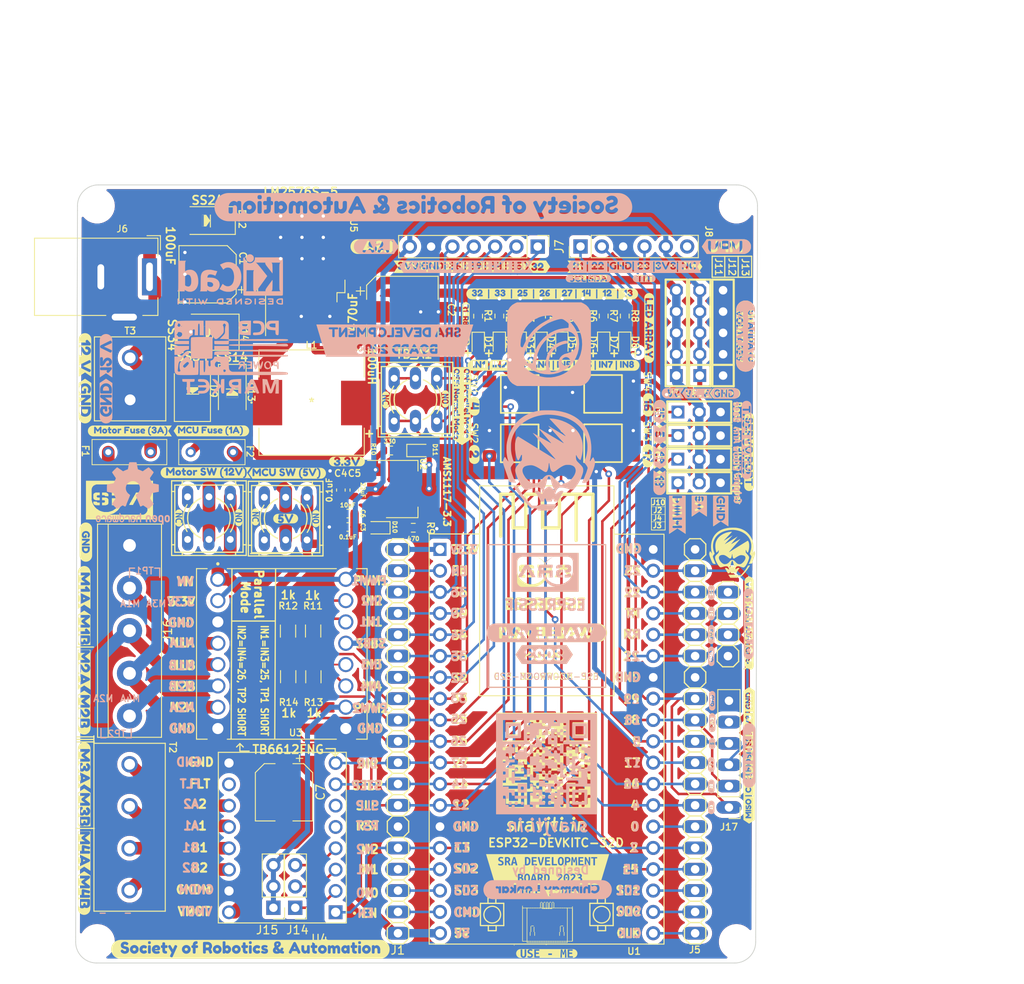
<source format=kicad_pcb>
(kicad_pcb (version 20211014) (generator pcbnew)
  (layers (0 "F.Cu" signal) (31 "B.Cu" signal) (34 "B.Paste" user) (35 "F.Paste" user) (36 "B.SilkS" user "B.Silkscreen") (37 "F.SilkS" user "F.Silkscreen") (38 "B.Mask" user) (39 "F.Mask" user) (44 "Edge.Cuts" user))
  (net 0 "")
  (net 2 "Net-(5V_SW1-Pad2)")
  (net 3 "/5V_P")
  (net 5 "Net-(12V_SW1-Pad2)")
  (net 6 "/12V_P")
  (net 8 "Net-(D1-Pad1)")
  (net 9 "/32")
  (net 10 "Net-(D2-Pad1)")
  (net 11 "/33")
  (net 12 "Net-(D3-Pad1)")
  (net 13 "/25")
  (net 14 "Net-(D4-Pad1)")
  (net 15 "/26")
  (net 16 "Net-(D5-Pad1)")
  (net 17 "/27")
  (net 18 "Net-(D6-Pad1)")
  (net 19 "/14")
  (net 20 "Net-(D7-Pad1)")
  (net 21 "/12")
  (net 22 "Net-(D8-Pad1)")
  (net 23 "/13")
  (net 24 "Net-(D9-Pad1)")
  (net 25 "/12V_U")
  (net 26 "Net-(D10-Pad1)")
  (net 27 "Net-(D11-Pad1)")
  (net 28 "/3V3")
  (net 29 "Net-(C1-Pad1)")
  (net 30 "Net-(D13-Pad1)")
  (net 31 "/5V")
  (net 32 "Net-(D14-Pad1)")
  (net 33 "GND")
  (net 34 "/EN")
  (net 35 "/36")
  (net 36 "/39")
  (net 37 "/34")
  (net 38 "/35")
  (net 39 "/SD2")
  (net 40 "/SD3")
  (net 41 "/CMD")
  (net 42 "/5")
  (net 43 "/19")
  (net 44 "/18")
  (net 45 "/CLK")
  (net 46 "/SD0")
  (net 47 "/SD1")
  (net 48 "/15")
  (net 49 "/2")
  (net 50 "/0")
  (net 51 "/4")
  (net 52 "/16")
  (net 53 "/17")
  (net 54 "/21")
  (net 55 "/RX")
  (net 56 "/TX")
  (net 57 "/22")
  (net 58 "/23")
  (net 59 "/M0")
  (net 60 "/M1")
  (net 61 "/M2")
  (net 62 "Net-(R11-Pad2)")
  (net 63 "Net-(R12-Pad2)")
  (net 64 "Net-(R13-Pad2)")
  (net 65 "Net-(R14-Pad2)")
  (net 66 "/B_2")
  (net 67 "/OUT1A")
  (net 68 "/OUT2A")
  (net 69 "/OUT3A")
  (net 70 "/OUT4A")
  (net 71 "/B_1")
  (net 72 "/A_2")
  (net 73 "/A_1")
  (net 75 "/ESP_3V3")
  (footprint "kibuzzard-61F7C221" (layer "F.Cu") (at 129.4 40.6)
    (fp_text reference "kibuzzard-61F7C221" hide)
    (fp_text value "G***" hide)
  )
  (footprint "kibuzzard-61F6A04D" (layer "F.Cu") (at 117.27 61.56 -90)
    (fp_text reference "kibuzzard-61F6A04D" hide)
    (fp_text value "G***" hide)
  )
  (footprint "kibuzzard-620D3AFB" (layer "F.Cu") (at 146.63 68.3 -90)
    (fp_text reference "kibuzzard-620D3AFB" hide)
    (fp_text value "G***" hide)
  )
  (footprint "Resistor_SMD:R_0603_1608Metric" (layer "F.Cu") (at 132.68 45.07125 90)
    (fp_text reference "R7")
    (fp_text value "330")
  )
  (footprint "kibuzzard-61F6A2E5" (layer "F.Cu") (at 141.46 68.74 -90)
    (fp_text reference "kibuzzard-61F6A2E5" hide)
    (fp_text value "G***" hide)
  )
  (footprint "pin_header_connectors:1X03" (layer "F.Cu") (at 144.06 56.51)
    (fp_text reference "J10")
    (fp_text value "Conn_01x03_Male")
  )
  (footprint "terminal_block:12V_1x02_tht" (layer "F.Cu") (at 76.27 52.553723 90)
    (fp_text reference "T3")
    (fp_text value "Screw_Terminal_01x02")
  )
  (footprint "kibuzzard-61F7C05B" (layer "F.Cu") (at 136.4 39.2)
    (fp_text reference "kibuzzard-61F7C05B" hide)
    (fp_text value "G***" hide)
  )
  (footprint "pin_header_connectors:1X19" (layer "F.Cu") (at 143.569418 95.728838 90)
    (fp_text reference "J5")
    (fp_text value "Conn_01x19_Male")
  )
  (footprint "kibuzzard-620D3ACF" (layer "F.Cu") (at 144.07 67.71 -90)
    (fp_text reference "kibuzzard-620D3ACF" hide)
    (fp_text value "G***" hide)
  )
  (footprint "kibuzzard-6379FB9D" (layer "F.Cu") (at 145.6 96 90)
    (fp_text reference "kibuzzard-6379FB9D" hide)
    (fp_text value "G***" hide)
  )
  (footprint "stepper_motor_driver:IC_DRV8825_STEPPER_MOTOR_DRIVER_CARRIER" (layer "F.Cu") (at 94.4 107.2 180)
    (fp_text reference "U4")
    (fp_text value "DRV8825_STEPPER_MOTOR_DRIVER_CARRIER")
  )
  (footprint "kibuzzard-61F7C21A" (layer "F.Cu") (at 132.2 40.6)
    (fp_text reference "kibuzzard-61F7C21A" hide)
    (fp_text value "G***" hide)
  )
  (footprint "kibuzzard-61F7C24F" (layer "F.Cu") (at 137.5 40.6)
    (fp_text reference "kibuzzard-61F7C24F" hide)
    (fp_text value "G***" hide)
  )
  (footprint "kibuzzard-61F7D817" (layer "F.Cu") (at 94.8 69.2)
    (fp_text reference "kibuzzard-61F7D817" hide)
    (fp_text value "G***" hide)
  )
  (footprint "TerminalBlock:TerminalBlock_bornier-5_P5.08mm" (layer "F.Cu") (at 76.2 72.39 -90)
    (fp_text reference "J16")
    (fp_text value "Screw_Terminal_01x05")
  )
  (footprint "Connector_PinHeader_2.54mm:PinHeader_1x06_P2.54mm_Vertical" (layer "F.Cu") (at 147.6 103.6 180)
    (fp_text reference "J17")
    (fp_text value "Conn_01x06_Male")
  )
  (footprint "kibuzzard-63707C50" (layer "F.Cu") (at 124.8 39.2)
    (fp_text reference "kibuzzard-63707C50" hide)
    (fp_text value "G***" hide)
  )
  (footprint "kibuzzard-620D3FD3" (layer "F.Cu") (at 139.36 59.17 -90)
    (fp_text reference "kibuzzard-620D3FD3" hide)
    (fp_text value "G***" hide)
  )
  (footprint "kibuzzard-61F83333" (layer "F.Cu") (at 85.95 58.75)
    (fp_text reference "kibuzzard-61F83333" hide)
    (fp_text value "G***" hide)
  )
  (footprint "kibuzzard-61F7127D" (layer "F.Cu") (at 70.8 92.3 -90)
    (fp_text reference "kibuzzard-61F7127D" hide)
    (fp_text value "G***" hide)
  )
  (footprint "kibuzzard-61F7C12E" (layer "F.Cu") (at 115.6 39.2)
    (fp_text reference "kibuzzard-61F7C12E" hide)
    (fp_text value "G***" hide)
  )
  (footprint "Resistor_SMD:R_0603_1608Metric" (layer "F.Cu") (at 117.72 45.0875 90)
    (fp_text reference "R1")
    (fp_text value "330")
  )
  (footprint "pin_header_connectors:1X05" (layer "F.Cu") (at 141.332544 47.078 90)
    (fp_text reference "J11")
    (fp_text value "Conn_01x05_Male")
  )
  (footprint "Capacitor_SMD:C_0603_1608Metric" (layer "F.Cu") (at 102.975 65.8 90)
    (fp_text reference "C5")
    (fp_text value "22uF")
  )
  (footprint "testpoint_pad:pad_1,27-2,54_smd" (layer "F.Cu") (at 79.56 77.579497)
    (fp_text reference "TP2" hide)
    (fp_text value "TestPoint")
  )
  (footprint "Capacitor_SMD:CP_Elec_6.3x7.7" (layer "F.Cu") (at 94.6 101.8 -90)
    (fp_text reference "C7")
    (fp_text value "100uF")
  )
  (footprint "kibuzzard-6379FB66" (layer "F.Cu") (at 145.6 93.5 90)
    (fp_text reference "kibuzzard-6379FB66" hide)
    (fp_text value "G***" hide)
  )
  (footprint "Diode_SMD:D_SMA" (layer "F.Cu") (at 88.438853 54.23 -90)
    (fp_text reference "D13")
    (fp_text value "SS14")
  )
  (footprint "MountingHole:MountingHole_3.2mm_M3" (layer "F.Cu") (at 72.35 119.6)
    (fp_text reference "H2" hide)
    (fp_text value "MountingHole")
  )
  (footprint "kibuzzard-620D3625" (layer "F.Cu") (at 140.92 54.26)
    (fp_text reference "kibuzzard-620D3625" hide)
    (fp_text value "G***" hide)
  )
  (footprint "kibuzzard-61F6A036" (layer "F.Cu") (at 117.27 55.82 -90)
    (fp_text reference "kibuzzard-61F6A036" hide)
    (fp_text value "G***" hide)
  )
  (footprint "terminal_block:motor_1x04_tht" (layer "F.Cu") (at 76.21 105.96375 -90)
    (fp_text reference "T2")
    (fp_text value "Screw_Terminal_01x04")
  )
  (footprint "LED_SMD:LED_0603_1608Metric" (layer "F.Cu") (at 120.25 48.47125 -90)
    (fp_text reference "D2")
    (fp_text value "LED")
  )
  (footprint "kibuzzard-61F683BD" (layer "F.Cu") (at 85.32 33.71)
    (fp_text reference "kibuzzard-61F683BD" hide)
    (fp_text value "G***" hide)
  )
  (footprint "kibuzzard-61F7D852" (layer "F.Cu") (at 102.1 62.4)
    (fp_text reference "kibuzzard-61F7D852" hide)
    (fp_text value "G***" hide)
  )
  (footprint "Connector_PinHeader_2.54mm:PinHeader_1x06_P2.54mm_Vertical" (layer "F.Cu") (at 129.92 36.79 90)
    (fp_text reference "J8")
    (fp_text value "Conn_01x06_Male")
  )
  (footprint "kibuzzard-620CE59A" (layer "F.Cu") (at 116.27 46.04 -90)
    (fp_text reference "kibuzzard-620CE59A" hide)
    (fp_text value "G***" hide)
  )
  (footprint "testpoint_pad:pad_1,27-2,54_smd" (layer "F.Cu") (at 72.86 92.579497)
    (fp_text reference "TP1" hide)
    (fp_text value "TestPoint")
  )
  (footprint "kibuzzard-61F8332E" (layer "F.Cu") (at 76.24 58.76)
    (fp_text reference "kibuzzard-61F8332E" hide)
    (fp_text value "G***" hide)
  )
  (footprint "motor_driver:TB6612FNG_2" (layer "F.Cu") (at 94.34 85.317582)
    (fp_text reference "U3")
    (fp_text value "TB6612FNG")
  )
  (footprint "pin_header_connectors:1X05" (layer "F.Cu") (at 146.9 47.08 90)
    (fp_text reference "J13")
    (fp_text value "Conn_01x05_Male")
  )
  (footprint "kibuzzard-63707C76" (layer "F.Cu") (at 71 72 -90)
    (fp_text reference "kibuzzard-63707C76" hide)
    (fp_text value "G***" hide)
  )
  (footprint "Diode_SMD:D_SMB" (layer "F.Cu") (at 83.69 54.08 90)
    (fp_text reference "D9")
    (fp_text value "SS34")
  )
  (footprint "LED_SMD:LED_0603_1608Metric" (layer "F.Cu") (at 125.22 48.48 -90)
    (fp_text reference "D4")
    (fp_text value "LED")
  )
  (footprint "kibuzzard-61F71491" (layer "F.Cu") (at 70.9 55.2 -90)
    (fp_text reference "kibuzzard-61F71491" hide)
    (fp_text value "G***" hide)
  )
  (footprint "kibuzzard-61F7BB7D" (layer "F.Cu") (at 115.8 55.8 -90)
    (fp_text reference "kibuzzard-61F7BB7D" hide)
    (fp_text value "G***" hide)
  )
  (footprint "Capacitor_SMD:CP_Elec_8x10" (layer "F.Cu") (at 108.7025 44.6)
    (fp_text reference "C2")
    (fp_text value "470uF")
  )
  (footprint "logos:sra_board_github_qr_code" (layer "F.Cu") (at 125.9 98.32)
    (fp_text reference "G***" hide)
    (fp_text value "LOGO" hide)
  )
  (footprint "Diode_SMD:D_SMB" (layer "F.Cu") (at 85.7 47 180)
    (fp_text reference "D14")
    (fp_text value "SS34")
  )
  (footprint "kibuzzard-61F6A088" (layer "F.Cu") (at 137.94 61.71 -90)
    (fp_text reference "kibuzzard-61F6A088" hide)
    (fp_text value "G***" hide)
  )
  (footprint "kibuzzard-61F7D5C6" (layer "F.Cu") (at 126.7 50.94)
    (fp_text reference "kibuzzard-61F7D5C6" hide)
    (fp_text value "G***" hide)
  )
  (footprint "Resistor_SMD:R_0603_1608Metric" (layer "F.Cu") (at 130.18 45.07125 90)
    (fp_text reference "R6")
    (fp_text value "330")
  )
  (footprint "kibuzzard-61F6A06B" (layer "F.Cu") (at 137.98 55.65 -90)
    (fp_text reference "kibuzzard-61F6A06B" hide)
    (fp_text value "G***" hide)
  )
  (footprint "kibuzzard-61F6A6E8" (layer "F.Cu") (at 150 61.24 -90)
    (fp_text reference "kibuzzard-61F6A6E8" hide)
    (fp_text value "G***" hide)
  )
  (footprint "kibuzzard-61F6ABAB" (layer "F.Cu") (at 149.58 47.46 -90)
    (fp_text reference "kibuzzard-61F6ABAB" hide)
    (fp_text value "G***" hide)
  )
  (footprint "kibuzzard-61F71318" (layer "F.Cu") (at 70.8 113.8 -90)
    (fp_text reference "kibuzzard-61F71318" hide)
    (fp_text value "G***" hide)
  )
  (footprint "kibuzzard-61F71050" (layer "F.Cu") (at 85.27 63.73)
    (fp_text reference "kibuzzard-61F71050" hide)
    (fp_text value "G***" hide)
  )
  (footprint "tactile_smd:spst_tactile_sw_2x02_smd" (layer "F.Cu") (at 122.67 60.24 180)
    (fp_text reference "SW2")
    (fp_text value "SW_Push_Dual" hide)
  )
  (footprint "kibuzzard-6379FB66" (layer "F.Cu") (at 145.5 83 90)
    (fp_text reference "kibuzzard-6379FB66" hide)
    (fp_text value "G***" hide)
  )
  (footprint "kibuzzard-61F792D2" (layer "F.Cu") (at 150 81.6 90)
    (fp_text reference "kibuzzard-61F792D2" hide)
    (fp_text value "G***" hide)
  )
  (footprint "Resistor_SMD:R_0603_1608Metric" (layer "F.Cu") (at 125.22 45.08 90)
    (fp_text reference "R4")
    (fp_text value "330")
  )
  (footprint "kibuzzard-61F71302" (layer "F.Cu") (at 70.8 108.8 -90)
    (fp_text reference "kibuzzard-61F71302" hide)
    (fp_text value "G***" hide)
  )
  (footprint "kibuzzard-61F683BD" (layer "F.Cu") (at 85.55 46.96)
    (fp_text reference "kibuzzard-61F683BD" hide)
    (fp_text value "G***" hide)
  )
  (footprint "RXEF050_1A_trip:RXEF050" (layer "F.Cu") (at 83.485 61.28)
    (fp_text reference "F2")
    (fp_text value "300mA" hide)
  )
  (footprint "kibuzzard-61F71139" (layer "F.Cu") (at 126.04 113.93)
    (fp_text reference "kibuzzard-61F71139" hide)
    (fp_text value "G***" hide)
  )
  (footprint "kibuzzard-6379FB2C" (layer "F.Cu") (at 145.5 80.5 90)
    (fp_text reference "kibuzzard-6379FB2C" hide)
    (fp_text value "G***" hide)
  )
  (footprint "pin_header_connectors:1X03" (layer "F.Cu") (at 144.06 64.934)
    (fp_text reference "J3")
    (fp_text value "Conn_01x03_Male")
  )
  (footprint "kibuzzard-61F71294" (layer "F.Cu") (at 70.8 82.2 -90)
    (fp_text reference "kibuzzard-61F71294" hide)
    (fp_text value "G***" hide)
  )
  (footprint "LED_SMD:LED_0603_1608Metric" (layer "F.Cu") (at 130.18 48.47125 -90)
    (fp_text reference "D6")
    (fp_text value "LED")
  )
  (footprint "kibuzzard-61F712A9" (layer "F.Cu") (at 70.8 87.2 -90)
    (fp_text reference "kibuzzard-61F712A9" hide)
    (fp_text value "G***" hide)
  )
  (footprint "kibuzzard-61F7105E" (layer "F.Cu") (at 95 63.8)
    (fp_text reference "kibuzzard-61F7105E" hide)
    (fp_text value "G***" hide)
  )
  (footprint "LED_SMD:LED_0603_1608Metric" (layer "F.Cu") (at 117.74 48.4875 -90)
    (fp_text reference "D1")
    (fp_text value "LED")
  )
  (footprint "kibuzzard-61F7147A" (layer "F.Cu") (at 70.9 49.7 -90)
    (fp_text reference "kibuzzard-61F7147A" hide)
    (fp_text value "G***" hide)
  )
  (footprint "kibuzzard-61F7D60F" (layer "F.Cu") (at 138.1 46.5 -90)
    (fp_text reference "kibuzzard-61F7D60F" hide)
    (fp_text value "G***" hide)
  )
  (footprint "kibuzzard-61F6B878" (layer "F.Cu") (at 98.4 69.2 -90)
    (fp_text reference "kibuzzard-61F6B878" hide)
    (fp_text value "G***" hide)
  )
  (footprint "kibuzzard-620D404F" (layer "F.Cu") (at 139.33 64.92 -90)
    (fp_text reference "kibuzzard-620D404F" hide)
    (fp_text value "G***" hide)
  )
  (footprint "kibuzzard-61F683BD" (layer "F.Cu") (at 88.44 54.3 90)
    (fp_text reference "kibuzzard-61F683BD" hide)
    (fp_text value "G***" hide)
  )
  (footprint "dpdt_tht:dpdt_sw_2x03_tht" (layer "F.Cu") (at 85.66 69.142369)
    (fp_text reference "12V_SW1" hide)
    (fp_text value "SW_Push_DPDT")
  )
  (footprint "kibuzzard-63709119" (layer "F.Cu") (at 125.6 85.4)
    (fp_text reference "kibuzzard-63709119" hide)
    (fp_text value "G***" hide)
  )
  (footprint "kibuzzard-6379FBC7" (layer "F.Cu") (at 145.5 98.5 90)
    (fp_text reference "kibuzzard-6379FBC7" hide)
    (fp_text value "G***" hide)
  )
  (footprint "Resistor_SMD:R_0603_1608Metric" (layer "F.Cu") (at 120.25 45.07125 90)
    (fp_text reference "R2")
    (fp_text value "330")
  )
  (footprint "kibuzzard-620D3FE5" (layer "F.Cu") (at 139.36 56.46 -90)
    (fp_text reference "kibuzzard-620D3FE5" hide)
    (fp_text value "G***" hide)
  )
  (footprint "Connector_PinHeader_2.54mm:PinHeader_1x03_P2.54mm_Vertical" (layer "F.Cu") (at 95.94 115.555 180)
    (fp_text reference "J14")
    (fp_text value "Conn_01x03_Male")
  )
  (footprint "dpdt_tht:dpdt_sw_2x03_tht" (layer "F.Cu") (at 94.8 69.2)
    (fp_text reference "5V_SW1" hide)
    (fp_text value "SW_Push_DPDT")
  )
  (footprint "LED_SMD:LED_0603_1608Metric" (layer "F.Cu") (at 132.68 48.47125 -90)
    (fp_text reference "D7")
    (fp_text value "LED")
  )
  (footprint "kibuzzard-61F7C0CC" (layer "F.Cu") (at 147.3 36.8)
    (fp_text reference "kibuzzard-61F7C0CC" hide)
    (fp_text value "G***" hide)
  )
  (footprint "kibuzzard-61F71139" (layer "F.Cu") (at 125.9 121)
    (fp_text reference "kibuzzard-61F71139" hide)
    (fp_text value "G***" hide)
  )
  (footprint "kibuzzard-6379FBDB" (layer "F.Cu") (at 145.5 101.1 90)
    (fp_text reference "kibuzzard-6379FBDB" hide)
    (fp_text value "G***" hide)
  )
  (footprint "logos:sra_logo_small_neg" (layer "F.Cu") (at 125.7 75.6)
    (fp_text reference "G***" hide)
    (fp_text value "LOGO" hide)
  )
  (footprint "LED_SMD:LED_0603_1608Metric" (layer "F.Cu") (at 110.7125 61.09)
    (fp_text reference "D11")
    (fp_text value "LED")
  )
  (footprint "RUEF150_3,2A_trip:RUEF160" (layer "F.Cu") (at 78.715 61.28 180)
    (fp_text reference "F1")
    (fp_text value "3A" hide)
  )
  (footprint "Resistor_SMD:R_0603_1608Metric" (layer "F.Cu") (at 122.73 45.07125 90)
    (fp_text reference "R3")
    (fp_text value "330")
  )
  (footprint "pin_header_connectors:1X03" (layer "F.Cu") (at 144.06 59.31)
    (fp_text reference "J2")
    (fp_text value "Conn_01x03_Male")
  )
  (footprint "Resistor_SMD:R_0603_1608Metric" (layer "F.Cu") (at 135.19 45.07125 90)
    (fp_text reference "R8")
    (fp_text value "330" hide)
  )
  (footprint "MountingHole:MountingHole_3.2mm_M3" (layer "F.Cu") (at 72.35 31.95)
    (fp_text reference "H1" hide)
    (fp_text value "MountingHole")
  )
  (footprint "pin_header_connectors:1X04" (layer "F.Cu") (at 147.48 81.77 90)
    (fp_text reference "J9")
    (fp_text value "Conn_01x04_Female")
  )
  (footprint "kibuzzard-63775DBB" (layer "F.Cu") (at 150 97.4 90)
    (fp_text reference "kibuzzard-63775DBB" hide)
    (fp_text value "G***" hide)
  )
  (footprint "tactile_smd:spst_tactile_sw_2x02_smd" (layer "F.Cu") (at 132.6035 54.35 180)
    (fp_text reference "SW4")
    (fp_text value "SW_Push_Dual" hide)
  )
  (footprint "LED_SMD:LED_0603_1608Metric" (layer "F.Cu") (at 122.73 48.47125 -90)
    (fp_text reference "D3")
    (fp_text value "LED")
  )
  (footprint "kibuzzard-61F6B851" (layer "F.Cu") (at 82.08 69.13 -90)
    (fp_text reference "kibuzzard-61F6B851" hide)
    (fp_text value "G***" hide)
  )
  (footprint "Resistor_SMD:R_0603_1608Metric" (layer "F.Cu") (at 107.31 61.09 180)
    (fp_text reference "R10")
    (fp_text value "330")
  )
  (footprint "Resistor_SMD:R_1206_3216Metric" (layer "F.Cu") (at 95.1 88.03 90)
    (fp_text reference "R14")
    (fp_text value "1k")
  )
  (footprint "LED_SMD:LED_0603_1608Metric" (layer "F.Cu") (at 135.19 48.47125 -90)
    (fp_text reference "D8")
    (fp_text value "LED")
  )
  (footprint "kibuzzard-61F7E9C0" (layer "F.Cu") (at 90.6 120.5)
    (fp_text reference "kibuzzard-61F7E9C0" hide)
    (fp_text value "G***" hide)
  )
  (footprint "kibuzzard-61F7C0C2" (layer "F.Cu") (at 105.2 36.8)
    (fp_text reference "kibuzzard-61F7C0C2" hide)
    (fp_text value "G***" hide)
  )
  (footprint "tactile_smd:spst_tactile_sw_2x02_smd" (layer "F.Cu") (at 122.67449 54.36 180)
    (fp_text reference "SW1")
    (fp_text value "SW_Push_Dual" hide)
  )
  (footprint "Resistor_SMD:R_1206_3216Metric" (layer "F.Cu") (at 95.08 82.6 90)
    (fp_text reference "R12")
    (fp_text value "1k")
  )
  (footprint "Capacitor_SMD:C_0603_1608Metric" (layer "F.Cu") (at 101.375 65.8 90)
    (fp_text reference "C4")
    (fp_text value "0.1uF")
  )
  (footprint "Connector_BarrelJack:BarrelJack_Wuerth_6941xx301002" (layer "F.Cu") (at 78.58 40.4 -90)
    (fp_text reference "J6")
    (fp_text value "DCJ200-10-A-XX-X_REVA")
  )
  (footprint "Resistor_SMD:R_0603_1608Metric" (layer "F.Cu") (at 110 70.29)
    (fp_text reference "R9")
    (fp_text value "470")
  )
  (footprint "kibuzzard-61F7CB17" (layer "F.Cu") (at 126.55 42.43)
    (fp_text reference "kibuzzard-61F7CB17" hide)
    (fp_text value "G***" hide)
  )
  (footprint "kibuzzard-61F71200" (layer "F.Cu") (at 70.8 77.4 -90)
    (fp_text reference "kibuzzard-61F71200" hide)
    (fp_text value "G***" hide)
  )
  (footprint "kibuzzard-63707B42" (layer "F.Cu") (at 126 111)
    (fp_text reference "kibuzzard-63707B42" hide)
    (fp_text value "G***" hide)
  )
  (footprint "kibuzzard-61F712DA" (layer "F.Cu") (at 70.8 98.6 -90)
    (fp_text reference "kibuzzard-61F712DA" hide)
    (fp_text value "G***" hide)
  )
  (footprint "kibuzzard-620D363E" (layer "F.Cu") (at 147.13 54.28)
    (fp_text reference "kibuzzard-620D363E" hide)
    (fp_text value "G***" hide)
  )
  (footprint "Capacitor_SMD:CP_Elec_6.3x7.7" (layer "F.Cu") (at 85.5 40.1 180)
    (fp_text reference "C1")
    (fp_text value "100uF")
  )
  (footprint "kibuzzard-61F6808A" (layer "F.Cu") (at 113.82 54.94 -90)
    (fp_text reference "kibuzzard-61F6808A" hide)
    (fp_text value "G***" hide)
  )
  (footprint "MCU_ESP32:ESP32-DEVKITCv4-32D" (layer "F.Cu") (at 125.879418 92.628838)
    (fp_text reference "U1")
    (fp_text value "ESP32-DEVKITC-32D")
  )
  (footprint "Connector_PinHeader_2.54mm:PinHeader_1x07_P2.54mm_Vertical" (layer "F.Cu") (at 124.825 36.8 -90)
    (fp_text reference "J7")
    (fp_text value "Conn_01x07_Male")
  )
  (footprint "Resistor_SMD:R_1206_3216Metric" (layer "F.Cu") (at 98.07 82.59 90)
    (fp_text reference "R11")
    (fp_text value "1k")
  )
  (footprint "Diode_SMD:D_SMA" (layer "F.Cu") (at 85.4 33.7 180)
    (fp_text reference "D12")
    (fp_text value "SS24")
  )
  (footprint "logos:sra_logo_small_neg" (layer "F.Cu") (at 75 67)
    (fp_text reference "G***" hide)
    (fp_text value "LOGO" hide)
  )
  (footprint "kibuzzard-620D3646" (layer "F.Cu") (at 143.82 54.28)
    (fp_text reference "kibuzzard-620D3646" hide)
    (fp_text value "G***" hide)
  )
  (footprint "tactile_smd:spst_tactile_sw_2x02_smd" (layer "F.Cu") (at 132.6 60.22 180)
    (fp_text reference "SW3")
    (fp_text value "SW_Push_Dual" hide)
  )
  (footprint "dpdt_tht:dpdt_sw_2x03_tht" (layer "F.Cu") (at 110.26 55.027102)
    (fp_text reference "TB_A1")
    (fp_text value "SW_Push_DPDT")
  )
  (footprint "LED_SMD:LED_0603_1608Metric" (layer "F.Cu") (at 127.7 48.47125 -90)
    (fp_text reference "D5")
    (fp_text value "LED")
  )
  (footprint "kibuzzard-6379FAF8" (layer "F.Cu") (at 145.5 78 90)
    (fp_text reference "kibuzzard-6379FAF8" hide)
    (fp_text value "G***" hide)
  )
  (footprint "MountingHole:MountingHole_3.2mm_M3" (layer "F.Cu") (at 148.5 119.6)
    (fp_text reference "H3" hide)
    (fp_text value "MountingHole")
  )
  (footprint "inductor:CDRH127_inductor_smd" (layer "F.Cu") (at 97.890735 55.38)
    (fp_text reference "L1")
    (fp_text value "100uH")
  )
  (footprint "Capacitor_SMD:C_0603_1608Metric" (layer "F.Cu") (at 102.225 68.6 180)
    (fp_text reference "C6")
    (fp_text value "10uF")
  )
  (footprint "Capacitor_SMD:C_0603_1608Metric" (layer "F.Cu") (at 102.225 70.2 180)
    (fp_text reference "C3")
    (fp_text value "0.1uF")
  )
  (footprint "Fiducial:Fiducial_0.75mm_Mask2.25mm" (layer "F.Cu") (at 147.47 115.26)
    (fp_text reference "REF**" hide)
    (fp_text value "Fiducial_0.75mm_Mask2.25mm")
  )
  (footprint "kibuzzard-61F6B85D" (layer "F.Cu") (at 89.21 69.08 -90)
    (fp_text reference "kibuzzard-61F6B85D" hide)
    (fp_text value "G***" hide)
  )
  (footprint "Package_TO_SOT_SMD:SOT-223-3_TabPin2" (layer "F.Cu") (at 108.65 65.68)
    (fp_text reference "U2")
    (fp_text value "AMS1117-3.3")
  )
  (footprint "Resistor_SMD:R_1206_3216Metric" (layer "F.Cu") (at 98.1 88.04 90)
    (fp_text reference "R13")
    (fp_text value "1k")
  )
  (footprint "Package_TO_SOT_SMD:TO-263-5_TabPin3" (layer "F.Cu") (at 96.66 39.34 90)
    (fp_text reference "U5")
    (fp_text value "LM2576S-5")
  )
  (footprint "pin_header_connectors:1X05" (layer "F.Cu") (at 144.122544 47.086 90)
    (fp_text reference "J12")
    (fp_text value "Conn_01x05_Male")
  )
  (footprint "Resistor_SMD:R_0603_1608Metric" (layer "F.Cu") (at 127.7 45.07125 90)
    (fp_text reference "R5")
    (fp_text value "330")
  )
  (footprint "Fiducial:Fiducial_0.75mm_Mask2.25mm" (layer "F.Cu") (at 78 32.1)
    (fp_text reference "REF**" hide)
    (fp_text value "Fiducial_0.75mm_Mask2.25mm")
  )
  (footprint "LED_SMD:LED_0603_1608Metric" (layer "F.Cu") (at 105.75 70.29 180)
    (fp_text reference "D10")
    (fp_text value "LED")
  )
  (footprint "Connector_PinHeader_2.54mm:PinHeader_1x03_P2.54mm_Vertical" (layer "F.Cu") (at 93.34 115.555 180)
    (fp_text reference "J15")
    (fp_text value "Conn_01x03_Male")
  )
  (footprint "kibuzzard-61F67ED2" (layer "F.Cu") (at 106.72 55.07 -90)
    (fp_text reference "kibuzzard-61F67ED2" hide)
    (fp_text value "G***" hide)
  )
  (footprint "kibuzzard-6379FC14" (layer "F.Cu") (at 145.5 103.6 90)
    (fp_text reference "kibuzzard-6379FC14" hide)
    (fp_text value "G***" hide)
  )
  (footprint "kibuzzard-61F683BD" (layer "F.Cu") (at 83.69 53.82 -90)
    (fp_text reference "kibuzzard-61F683BD" hide)
    (fp_text value "G***" hide)
  )
  (footprint "MountingHole:MountingHole_3.2mm_M3" (layer "F.Cu") (at 148.5 31.95)
    (fp_text reference "H4" hide)
    (fp_text value "MountingHole")
  )
  (footprint "kibuzzard-61F712EB" (layer "F.Cu") (at 70.8 103.6 -90)
    (fp_text reference "kibuzzard-61F712EB" hide)
    (fp_text value "G***" hide)
  )
  (footprint "pin_header_connectors:1X19" (layer "F.Cu") (at 108.179418 95.728838 -90)
    (fp_text reference "J1")
    (fp_text value "Conn_01x19_Male")
  )
  (footprint "logos:sra_skull_small" (layer "F.Cu") (at 148.02 73.28)
    (fp_text reference "G***" hide)
    (fp_text value "LOGO" hide)
  )
  (footprint "kibuzzard-620D4024" (layer "F.Cu") (at 139.36 61.94 -90)
    (fp_text reference "kibuzzard-620D4024" hide)
    (fp_text value "G***" hide)
  )
  (footprint "kibuzzard-637090D9" (layer "F.Cu") (at 126 82.8)
    (fp_text reference "kibuzzard-637090D9" hide)
    (fp_text value "G***" hide)
  )
  (footprint "kibuzzard-61F6B86D" (layer "F.Cu") (at 91.2 69 -90)
    (fp_text reference "kibuzzard-61F6B86D" hide)
    (fp_text value "G***" hide)
  )
  (footprint "pin_header_connectors:1X03" (layer "F.Cu") (at 144.05 62.12)
    (fp_text reference "J4")
    (fp_text value "Conn_01x03_Male")
  )
  (footprint "kibuzzard-61F7EDAC" (layer "B.Cu") (at 129.4 40.6 180)
    (fp_text reference "kibuzzard-61F7EDAC" hide)
    (fp_text value "G***" hide)
  )
  (footprint "logos:espressif_logo" (layer "B.Cu") (at 126.2 48.4 180)
    (fp_text reference "G***")
    (fp_text value "LOGO" hide)
  )
  (footprint "kibuzzard-63709119" (layer "B.Cu") (at 125.6 85.4 180)
    (fp_text reference "kibuzzard-63709119" hide)
    (fp_text value "G***" hide)
  )
  (footprint "kibuzzard-63707CFB" (layer "B.Cu") (at 107.8 48 180)
    (fp_text reference "kibuzzard-63707CFB" hide)
    (fp_text value "G***" hide)
  )
  (footprint "kibuzzard-61F7EC33" (layer "B.Cu") (at 140.92 54.26 180)
    (fp_text reference "kibuzzard-61F7EC33" hide)
    (fp_text value "G***" hide)
  )
  (footprint "kibuzzard-61F7FBA3" (layer "B.Cu") (at 73.4 49.8 90)
    (fp_text reference "kibuzzard-61F7FBA3" hide)
    (fp_text value "G***" hide)
  )
  (footprint "logos:sra_board_github_qr_code" (layer "B.Cu") (at 125.865261 98.42 180)
    (fp_text reference "G***" hide)
    (fp_text value "LOGO" hide)
  )
  (footprint "kibuzzard-620D3ACF" (layer "B.Cu") (at 144.060097 67.707377 -90)
    (fp_text reference "kibuzzard-620D3ACF" hide)
    (fp_text value "G***" hide)
  )
  (footprint "Symbol:KiCad-Logo2_5mm_SilkScreen" (layer "B.Cu") (at 88.2 40.7 180)
    (fp_text reference "REF**" hide)
    (fp_text value "KiCad-Logo2_5mm_SilkScreen" hide)
  )
  (footprint "kibuzzard-61F7EFEB" (layer "B.Cu") (at 116.3 39.2 180)
    (fp_text reference "kibuzzard-61F7EFEB" hide)
    (fp_text value "G***" hide)
  )
  (footprint "kibuzzard-620D4F5E" (layer "B.Cu") (at 139.33 64.92 90)
    (fp_text reference "kibuzzard-620D4F5E" hide)
    (fp_text value "G***" hide)
  )
  (footprint "kibuzzard-61F7FB1D" (layer "B.Cu") (at 111.2 32.1 180)
    (fp_text reference "kibuzzard-61F7FB1D" hide)
    (fp_text value "G***" hide)
  )
  (footprint "kibuzzard-61F7FBC2" (layer "B.Cu") (at 73.4 55.2 90)
    (fp_text reference "kibuzzard-61F7FBC2" hide)
    (fp_text value "G***" hide)
  )
  (footprint "kibuzzard-637090D9" (layer "B.Cu") (at 125.8 82.8 180)
    (fp_text reference "kibuzzard-637090D9" hide)
    (fp_text value "G***" hide)
  )
  (footprint "kibuzzard-61F7ED72" (layer "B.Cu") (at 105.6 36.8 180)
    (fp_text reference "kibuzzard-61F7ED72" hide)
    (fp_text value "G***" hide)
  )
  (footprint "kibuzzard-61F6ABAB" (layer "B.Cu") (at 149.58 47.46 90)
    (fp_text reference "kibuzzard-61F6ABAB" hide)
    (fp_text value "G***" hide)
  )
  (footprint "kibuzzard-6379FDB8" (layer "B.Cu") (at 145.5 85.6 -90)
    (fp_text reference "kibuzzard-6379FDB8" hide)
    (fp_text value "G***" hide)
  )
  (footprint "logos:sra_skull_big" (layer "B.Cu") (at 126.1 62.3 180)
    (fp_text reference "G***" hide)
    (fp_text value "LOGO" hide)
  )
  (footprint "kibuzzard-6379FBC7" (layer "B.Cu") (at 145.5 98.5 90)
    (fp_text reference "kibuzzard-6379FBC7" hide)
    (fp_text value "G***" hide)
  )
  (footprint "kibuzzard-620D4024" (layer "B.Cu") (at 139.354368 61.914271 90)
    (fp_text reference "kibuzzard-620D4024" hide)
    (fp_text value "G***" hide)
  )
  (footprint "kibuzzard-61F6A786" (layer "B.Cu") (at 149.95 81.73 90)
    (fp_text reference "kibuzzard-61F6A786" hide)
    (fp_text value "G***" hide)
  )
  (footprint "kibuzzard-6379FB9D" (layer "B.Cu") (at 145.6 96 90)
    (fp_text reference "kibuzzard-6379FB9D" hide)
    (fp_text value "G***" hide)
  )
  (footprint "Symbol:OSHW-Logo2_9.8x8mm_SilkScreen" (layer "B.Cu") (at 76.6 66.2 180)
    (fp_text reference "REF**" hide)
    (fp_text value "OSHW-Logo2_9.8x8mm_SilkScreen" hide)
  )
  (footprint "kibuzzard-6379FB66" (layer "B.Cu") (at 145.5 83 90)
    (fp_text reference "kibuzzard-6379FB66" hide)
    (fp_text value "G***" hide)
  )
  (footprint "kibuzzard-6379FB2C" (layer "B.Cu") (at 145.5 80.5 90)
    (fp_text reference "kibuzzard-6379FB2C" hide)
    (fp_text value "G***" hide)
  )
  (footprint "kibuzzard-620D3AFB" (layer "B.Cu") (at 146.605726 68.296891 -90)
    (fp_text reference "kibuzzard-620D3AFB" hide)
    (fp_text value "G***" hide)
  )
  (footprint "kibuzzard-61F6A2E5" (layer "B.Cu") (at 141.43408 68.725628 -90)
    (fp_text reference "kibuzzard-61F6A2E5" hide)
    (fp_text value "G***" hide)
  )
  (footprint "logos:pcb_power" (layer "B.Cu") (at 88.3 49.5 180)
    (fp_text reference "G***" hide)
    (fp_text value "LOGO" hide)
  )
  (footprint "kibuzzard-6379FAF8" (layer "B.Cu") (at 145.5 78 -90)
    (fp_text reference "kibuzzard-6379FAF8" hide)
    (fp_text value "G***" hide)
  )
  (footprint "kibuzzard-63777F1B" (layer "B.Cu") (at 150 97.4 90)
    (fp_text reference "kibuzzard-63777F1B" hide)
    (fp_text value "G***" hide)
  )
  (footprint "kibuzzard-620D4F84" (layer "B.Cu") (at 139.35 56.5 90)
    (fp_text reference "kibuzzard-620D4F84" hide)
    (fp_text value "G***" hide)
  )
  (footprint "kibuzzard-63707CB3" (layer "B.Cu") (at 126 113.4 180)
    (fp_text reference "kibuzzard-63707CB3" hide)
    (fp_text value "G***" hide)
  )
  (footprint "kibuzzard-6379FC14" (layer "B.Cu") (at 145.5 103.6 90)
    (fp_text reference "kibuzzard-6379FC14" hide)
    (fp_text value "G***" hide)
  )
  (footprint "kibuzzard-6379FBDB" (layer "B.Cu") (at 145.5 101.1 90)
    (fp_text reference "kibuzzard-6379FBDB" hide)
    (fp_text value "G***" hide)
  )
  (footprint "kibuzzard-61F7EC8D" (layer "B.Cu") (at 147.13 54.28 180)
    (fp_text reference "kibuzzard-61F7EC8D" hide)
    (fp_text value "G***" hide)
  )
  (footprint "kibuzzard-6379FB66" (layer "B.Cu") (at 145.6 93.5 90)
    (fp_text reference "kibuzzard-6379FB66" hide)
    (fp_text value "G***" hide)
  )
  (footprint "kibuzzard-61F7EF48" (layer "B.Cu") (at 136.3 39.2 180)
    (fp_text reference "kibuzzard-61F7EF48" hide)
    (fp_text value "G***" hide)
  )
  (footprint "kibuzzard-61F7C24F" (layer "B.Cu") (at 137.5 40.6 180)
    (fp_text reference "kibuzzard-61F7C24F" hide)
    (fp_text value "G***" hide)
  )
  (footprint "kibuzzard-61F7EDC6" (layer "B.Cu") (at 132.2 40.6 180)
    (fp_text reference "kibuzzard-61F7EDC6" hide)
    (fp_text value "G***" hide)
  )
  (footprint "kibuzzard-6379FDB8" (layer "B.Cu") (at 145.6 90.9 -90)
    (fp_text reference "kibuzzard-6379FDB8" hide)
    (fp_text value "G***" hide)
  )
  (footprint "kibuzzard-61F7EC75" (layer "B.Cu") (at 143.82 54.28 180)
    (fp_text reference "kibuzzard-61F7EC75" hide)
    (fp_text value "G***" hide)
  )
  (footprint "kibuzzard-61F7ED8A" (layer "B.Cu") (at 147.3 36.8 180)
    (fp_text reference "kibuzzard-61F7ED8A" hide)
    (fp_text value "G***" hide)
  )
  (footprint "logos:sra_logo_small_neg" (layer "B.Cu") (at 125.7 75.6 180)
    (fp_text reference "G***" hide)
    (fp_text value "LOGO" hide)
  )
  (footprint "kibuzzard-620D3FD3" (layer "B.Cu") (at 139.349384 59.154462 90)
    (fp_text reference "kibuzzard-620D3FD3" hide)
    (fp_text value "G***" hide)
  )
  (footprint "kibuzzard-61F6A6E8" (layer "B.Cu") (at 149.69 59.84 90)
    (fp_text reference "kibuzzard-61F6A6E8" hide)
    (fp_text value "G***" hide)
  )
  (gr_line (start 73.4 95.3) (end 72.8 95.3) (layer "B.SilkS") (width 0.15))
  (gr_line (start 76.4 95.3) (end 75.8 95.3) (layer "B.SilkS") (width 0.15))
  (gr_line (start 76.4 95.3) (end 76.4 94.2) (layer "B.SilkS") (width 0.15))
  (gr_line (start 76.2 75.1) (end 76.2 76.2) (layer "B.SilkS") (width 0.15))
  (gr_line (start 132.904418 72.298838) (end 132.904418 89.298838) (layer "B.SilkS") (width 0.15))
  (gr_line (start 73.3 116.2) (end 72.7 116.2) (layer "B.SilkS") (width 0.15))
  (gr_line (start 76.2 75.1) (end 76.8 75.1) (layer "B.SilkS") (width 0.15))
  (gr_line (start 79.8 75.1) (end 79.8 76.2) (layer "B.SilkS") (width 0.15))
  (gr_line (start 72.8 95.3) (end 72.8 94.2) (layer "B.SilkS") (width 0.15))
  (gr_line (start 132.904418 72.298838) (end 118.904418 72.298838) (layer "B.SilkS") (width 0.15))
  (gr_line (start 79.2 75.1) (end 79.8 75.1) (layer "B.SilkS") (width 0.15))
  (gr_line (start 118.904418 89.298838) (end 118.904418 72.298838) (layer "B.SilkS") (width 0.15))
  (gr_line (start 118.904418 89.298838) (end 132.904418 89.298838) (layer "B.SilkS") (width 0.15))
  (gr_line (start 76.3 116.2) (end 75.7 116.2) (layer "B.SilkS") (width 0.15))
  (gr_line (start 93.6 75.2) (end 93.5 95.4) (layer "F.SilkS") (width 0.15))
  (gr_line (start 89.35 96) (end 88.95 96.4) (layer "F.SilkS") (width 0.15))
  (gr_line (start 145.6 40.45) (end 150.3 40.45) (layer "F.SilkS") (width 0.15))
  (gr_line (start 69.8 106.1) (end 72 106.1) (layer "F.SilkS") (width 0.15))
  (gr_line (start 145.6 37.95) (end 145.6 40.45) (layer "F.SilkS") (width 0.15))
  (gr_line (start 100.7 97.5) (end 101.1 97.1) (layer "F.SilkS") (width 0.15))
  (gr_line (start 89.35 96.9) (end 89.35 96) (layer "F.SilkS") (width 0.15))
  (gr_line (start 99.6 96.6) (end 100.7 96.6) (layer "F.SilkS") (width 0.15))
  (gr_line (start 148.7 37.95) (end 148.7 40.45) (layer "F.SilkS") (width 0.15))
  (gr_rect (start 138.35 68.71) (end 140.02 68.71) (layer "F.SilkS") (width 0.06) (fill none))
  (gr_rect (start 138.36 69.58) (end 140.03 69.58) (layer "F.SilkS") (width 0.06) (fill none))
  (gr_line (start 150.3 40.45) (end 150.3 37.95) (layer "F.SilkS") (width 0.15))
  (gr_line (start 100.7 97.5) (end 100.3 97.1) (layer "F.SilkS") (width 0.15))
  (gr_line (start 147.1 37.95) (end 147.1 40.45) (layer "F.SilkS") (width 0.15))
  (gr_line (start 88.4 81.4) (end 93.5 81.4) (layer "F.SilkS") (width 0.15))
  (gr_line (start 69.9 84.5) (end 71.9 84.5) (layer "F.SilkS") (width 0.15))
  (gr_line (start 71.96 95.079497) (end 71.96 95.96375) (layer "F.SilkS") (width 0.15))
  (gr_line (start 90.62 73.37) (end 94.93 73.355) (layer "F.SilkS") (width 0.15))
  (gr_line (start 88.4 75.2) (end 88.3 95.4) (layer "F.SilkS") (width 0.15))
  (gr_rect (start 138.365 66.76) (end 140.005 70.56) (layer "F.SilkS") (width 0.1) (fill none))
  (gr_rect (start 138.345 67.79) (end 140.015 67.79) (layer "F.SilkS") (width 0.06) (fill none))
  (gr_line (start 150.3 37.95) (end 145.6 37.95) (layer "F.SilkS") (width 0.15))
  (gr_line (start 89.35 96) (end 89.75 96.4) (layer "F.SilkS") (width 0.15))
  (gr_line (start 69.9 95.8) (end 72 95.8) (layer "F.SilkS") (width 0.15))
  (gr_line (start 69.9 95.5) (end 71.9 95.5) (layer "F.SilkS") (width 0.15))
  (gr_line (start 100.7 96.6) (end 100.7 97.5) (layer "F.SilkS") (width 0.15))
  (gr_line (start 69.9 95.2) (end 71.9 95.2) (layer "F.SilkS") (width 0.15))
  (gr_line (start 90.45 96.9) (end 89.35 96.9) (layer "F.SilkS") (width 0.15))
  (gr_arc (start 150.785182 119.632233) (mid 150.052949 121.4) (end 148.285182 122.132233) (layer "Edge.Cuts") (width 0.1))
  (gr_line (start 151 32.5) (end 150.785182 119.040962) (layer "Edge.Cuts") (width 0.1))
  (gr_line (start 69.785182 119.040962) (end 69.785182 119.632233) (layer "Edge.Cuts") (width 0.1))
  (gr_line (start 148.5 29.45) (end 72.5 29.45) (layer "Edge.Cuts") (width 0.1))
  (gr_line (start 150.785182 119.040962) (end 150.785182 119.632233) (layer "Edge.Cuts") (width 0.1))
  (gr_arc (start 148.5 29.45) (mid 150.267767 30.182233) (end 151 31.95) (layer "Edge.Cuts") (width 0.1))
  (gr_line (start 70 32.5) (end 69.785182 119.040962) (layer "Edge.Cuts") (width 0.1))
  (gr_arc (start 72.285182 122.132233) (mid 70.517415 121.4) (end 69.785182 119.632233) (layer "Edge.Cuts") (width 0.1))
  (gr_line (start 72.285182 122.132233) (end 148.285182 122.132233) (layer "Edge.Cuts") (width 0.1))
  (gr_line (start 70 31.95) (end 70 32.5) (layer "Edge.Cuts") (width 0.1))
  (gr_arc (start 70 31.95) (mid 70.732233 30.182233) (end 72.5 29.45) (layer "Edge.Cuts") (width 0.1))
  (gr_line (start 151 31.95) (end 151 32.5) (layer "Edge.Cuts") (width 0.1))
  (gr_text "23" (at 135 75.4) (layer "B.SilkS") (effects (font (size 1 1) (thickness 0.25)) (justify right mirror)))
  (gr_text "GNDM" (at 86.4 113.4) (layer "B.SilkS") (effects (font (size 1 1) (thickness 0.25)) (justify left mirror)))
  (gr_text "TP2" (at 73.5 95.3) (layer "B.SilkS") (effects (font (size 0.8 0.8)) (justify right bottom mirror)))
  (gr_text "EN" (at 116.6 75.5) (layer "B.SilkS") (effects (font (size 1 1) (thickness 0.25)) (justify left mirror)))
  (gr_text "DIR" (at 105.869048 98.4) (layer "B.SilkS") (effects (font (size 1 1) (thickness 0.25)) (justify left mirror)))
  (gr_text "36" (at 116.5 78) (layer "B.SilkS") (effects (font (size 1 1) (thickness 0.25)) (justify left mirror)))
  (gr_text "GND" (at 106.5 94.2) (layer "B.SilkS") (effects (font (size 1 1) (thickness 0.25)) (justify left mirror)))
  (gr_text "M1" (at 105.469048 111) (layer "B.SilkS") (effects (font (size 1 1) (thickness 0.25)) (justify left mirror)))
  (gr_text "27\n" (at 116.6 98.3) (layer "B.SilkS") (effects (font (size 1 1) (thickness 0.25)) (justify left mirror)))
  (gr_text "sravjti.in" (at 131.08 106.64) (layer "B.SilkS") (effects (font (size 1.5 1.5) (thickness 0.25) italic) (justify left bottom mirror)))
  (gr_text "2" (at 135.7 108.4) (layer "B.SilkS") (effects (font (size 1 1) (thickness 0.25)) (justify right mirror)))
  (gr_text "15" (at 134.8 111) (layer "B.SilkS") (effects (font (size 1 1) (thickness 0.25)) (justify right mirror)))
  (gr_text "A1" (at 84.6 105.8) (layer "B.SilkS") (effects (font (size 1 1) (thickness 0.25)) (justify left mirror)))
  (gr_text "32\n" (at 116.5 88.2) (layer "B.SilkS") (effects (font (size 1 1) (thickness 0.25)) (justify left mirror)))
  (gr_text "TP1" (at 76.8 75.9) (layer "B.SilkS") (effects (font (size 0.8 0.8)) (justify right bottom mirror)))
  (gr_text "A2" (at 84.6 103.2) (layer "B.SilkS") (effects (font (size 1 1) (thickness 0.25)) (justify left mirror)))
  (gr_text "3.3V" (at 117.8 72.9) (layer "B.SilkS") (effects (font (size 1 1) (thickness 0.25)) (justify left mirror)))
  (gr_text "SD0" (at 134.1 116) (layer "B.SilkS") (effects (font (size 1 1) (thickness 0.25)) (justify right mirror)))
  (gr_text "CLK\n" (at 134.2 118.6) (layer "B.SilkS") (effects (font (size 1 1) (thickness 0.25)) (justify right mirror)))
  (gr_text "VMOT" (at 86.2 116) (layer "B.SilkS") (effects (font (size 1 1) (thickness 0.25)) (justify left mirror)))
  (gr_text "GND" (at 85 98.2) (layer "B.SilkS") (effects (font (size 1 1) (thickness 0.25)) (justify left mirror)))
  (gr_text "18\n" (at 135 93.2) (layer "B.SilkS") (effects (font (size 1 1) (thickness 0.25)) (justify right mirror)))
  (gr_text "GND" (at 133.9 88.1) (layer "B.SilkS") (effects (font (size 1 1) (thickness 0.25)) (justify right mirror)))
  (gr_text "PWM2" (at 107.1 91.8) (layer "B.SilkS") (effects (font (size 1 1) (thickness 0.25)) (justify left mirror)))
  (gr_text "STBY" (at 106.9 84.1) (layer "B.SilkS") (effects (font (size 1 1) (thickness 0.25)) (justify left mirror)))
  (gr_text "M1A" (at 75 79.8) (layer "B.SilkS") (effects (font (size 0.8 0.8)) (justify right bottom mirror)))
  (gr_text "16" (at 134.9 100.8) (layer "B.SilkS") (effects (font (size 1 1) (thickness 0.25)) (justify right mirror)))
  (gr_text "M0\n" (at 105.469048 113.8) (layer "B.SilkS") (effects (font (size 1 1) (thickness 0.25)) (justify left mirror)))
  (gr_text "IN4" (at 106.3 89.2) (layer "B.SilkS") (effects (font (size 1 1) (thickness 0.25)) (justify left mirror)))
  (gr_text "GND\n" (at 84 81.6) (layer "B.SilkS") (effects (font (size 1 1) (thickness 0.25)) (justify left mirror)))
  (gr_text "STEP" (at 106.4 101) (layer "B.SilkS") (effects (font (size 1 1) (thickness 0.25)) (justify left mirror)))
  (gr_text "4" (at 135.9 103.4) (layer "B.SilkS") (effects (font (size 1 1) (thickness 0.25)) (justify right mirror)))
  (gr_text "25" (at 116.5 93.1) (layer "B.SilkS") (effects (font (size 1 1) (thickness 0.25)) (justify left mirror)))
  (gr_text "M2" (at 105.469048 108.6) (layer "B.SilkS") (effects (font (size 1 1) (thickness 0.25)) (justify left mirror)))
  (gr_text "26\n" (at 116.5 95.7) (layer "B.SilkS") (effects (font (size 1 1) (thickness 0.25)) (justify left mirror)))
  (gr_text "12\n" (at 116.7 103.3) (layer "B.SilkS") (effects (font (size 1 1) (thickness 0.25)) (justify left mirror)))
  (gr_text "Arm" (at 148.57 59.25 -90) (layer "B.SilkS") (effects (font (size 0.8 0.7) (thickness 0.175)) (justify mirror)))
  (gr_text "M1A\n" (at 84.1 84) (layer "B.SilkS") (effects (font (size 1 1) (thickness 0.25)) (justify left mirror)))
  (gr_text "IN2\n" (at 106.4 79) (layer "B.SilkS") (effects (font (size 1 1) (thickness 0.25)) (justify left mirror)))
  (gr_text "VM" (at 84 76.7) (layer "B.SilkS") (effects (font (size 1 1) (thickness 0.25)) (justify left mirror)))
  (gr_text "B1" (at 84.6 108.4) (layer "B.SilkS") (effects (font (size 1 1) (thickness 0.25)) (justify left mirror)))
  (gr_text "33" (at 116.5 90.6) (layer "B.SilkS") (effects (font (size 1 1) (thickness 0.25)) (justify left mirror)))
  (gr_text "IN3" (at 106.4 86.6) (layer "B.SilkS") (effects (font (size 1 1) (thickness 0.25)) (justify left mirror)))
  (gr_text "GND\n" (at 117.9 105.9) (layer "B.SilkS") (effects (font (size 1 1) (thickness 0.25)) (justify left mirror)))
  (gr_text "RX" (at 135 83) (layer "B.SilkS") (effects (font (size 1 1) (thickness 0.25)) (justify right mirror)))
  (gr_text "22" (at 135 78) (layer "B.SilkS") (effects (font (size 1 1) (thickness 0.25)) (justify right mirror)))
  (gr_text "21" (at 134.9 85.6) (layer "B.SilkS") (effects (font (size 1 1) (thickness 0.25)) (justify right mirror)))
  (gr_text "13\n" (at 116.9 108.4) (layer "B.SilkS") (effects (font (size 1 1) (thickness 0.25)) (justify left mirror)))
  (gr_text "M2A" (at 71.8 91.1) (layer "B.SilkS") (effects (font (size 0.8 0.8)) (justify right bottom mirror)))
  (gr_text "CMD" (at 118.1 116.1) (layer "B.SilkS") (effects (font (size 1 1) (thickness 0.25)) (justify left mirror)))
  (gr_text "M2A\n\n\n" (at 84.1 93.3) (layer "B.SilkS") (effects (font (size 1 1) (thickness 0.25)) (justify left mirror)))
  (gr_text "SLP" (at 106.069048 103.4) (layer "B.SilkS") (effects (font (size 1 1) (thickness 0.25)) (justify left mirror)))
  (gr_text "SD3" (at 117.9 113.5) (layer "B.SilkS") (effects (font (size 1 1) (thickness 0.25)) (justify left mirror)))
  (gr_text "3.3V" (at 84.1 79.1) (layer "B.SilkS") (effects (font (size 1 1) (thickness 0.25)) (justify left mirror)))
  (gr_text "Elbow" (at 148.52 62.03 -90) (layer "B.SilkS") (effects (font (size 0.8 0.7) (thickness 0.175)) (justify mirror)))
  (gr_text "GND" (at 84.1 94.2) (layer "B.SilkS") (effects (font (size 1 1) (thickness 0.25)) (justify left mirror)))
  (gr_text "M1B\n\n\n" (at 84.1 88.3) (layer "B.SilkS") (effects (font (size 1 1) (thickness 0.25)) (justify left mirror)))
  (gr_text "0" (at 135.8 105.9) (layer "B.SilkS") (effects (font (size 1 1) (thickness 0.25)) (justify right mirror)))
  (gr_text "IN1" (at 106.2 81.5) (layer "B.SilkS") (effects (font (size 1 1) (thickness 0.25)) (justify left mirror)))
  (gr_text "Designed by" (at 131.06 111.63) (layer "B.SilkS") (effects (font (size 1 1) (thickness 0.2)) (justify left bottom mirror)))
  (gr_text "5V" (at 116.9 118.6) (layer "B.SilkS") (effects (font (size 1 1) (thickness 0.25)) (justify left mirror)))
  (gr_text "35" (at 116.5 85.6) (layer "B.SilkS") (effects (font (size 1 1) (thickness 0.25)) (justify left mirror)))
  (gr_text "B2" (at 84.6 110.8) (layer "B.SilkS") (effects (font (size 1 1) (thickness 0.25)) (justify left mirror)))
  (gr_text "M4A" (at 75 91.1) (layer "B.SilkS") (effects (font (size 0.8 0.8)) (justify right bottom mirror)))
  (gr_text "RST" (at 106.069048 105.8) (layer "B.SilkS") (effects (font (size 1 1) (thickness 0.25)) (justify left mirror)))
  (gr_text "34\n" (at 116.5 83.1) (layer "B.SilkS") (effects (font (size 1 1) (thickness 0.25)) (justify left mirror)))
  (gr_text "EN" (at 105.469048 116.2) (layer "B.SilkS") (effects (font (size 1 1) (thickness 0.25)) (justify left mirror)))
  (gr_text "FLT" (at 84.8 100.8) (layer "B.SilkS") (effects (font (size 1 1) (thickness 0.25)) (justify left mirror)))
  (gr_text "5" (at 136 95.8) (layer "B.SilkS") (effects (font (size 1 1) (thickness 0.25)) (justify right mirror)))
  (gr_text "19\n" (at 134.9 90.7) (layer "B.SilkS") (effects (font (size 1 1) (thickness 0.25)) (justify right mirror)))
  (gr_text "GND\n" (at 134 72.8) (layer "B.SilkS") (effects (font (size 1 1) (thickness 0.25)) (justify right mirror)))
  (gr_text "17" (at 135 98.3) (layer "B.SilkS") (effects (font (size 1 1) (thickness 0.25)) (justify right mirror)))
  (gr_text "TX" (at 135.3 80.5) (layer "B.SilkS") (effects (font (size 1 1) (thickness 0.25)) (justify right mirror)))
  (gr_text "PWM1" (at 107 76.6) (layer "B.SilkS") (effects (font (size 1 1) (thickness 0.25)) (justify left mirror)))
  (gr_text "M3A" (at 78.1 79.8) (layer "B.SilkS") (effects (font (size 0.8 0.8)) (justify right bottom mirror)))
  (gr_text "14\n" (at 116.6 100.8) (layer "B.SilkS") (effects (font (size 1 1) (thickness 0.25)) (justify left mirror)))
  (gr_text "39\n" (at 116.5 80.5) (layer "B.SilkS") (effects (font (size 1 1) (thickness 0.25)) (justify left mirror)))
  (gr_text "SD1" (at 134 113.5) (layer "B.SilkS") (effects (font (size 1 1) (thickness 0.25)) (justify right mirror)))
  (gr_text "M2B\n\n\n" (at 84.1 90.8) (layer "B.SilkS") (effects (font (size 1 1) (thickness 0.25)) (justify left mirror)))
  (gr_text "Gripper" (at 148.61 65.57 -90) (layer "B.SilkS") (effects (font (size 0.8 0.7) (thickness 0.175)) (justify mirror)))
  (gr_text "Base" (at 148.53 56.5 -90) (layer "B.SilkS") (effects (font (size 0.8 0.7) (thickness 0.175)) (justify mirror)))
  (gr_text "SD2" (at 117.8 110.9) (layer "B.SilkS") (effects (font (size 1 1) (thickness 0.25)) (justify left mirror)))
  (gr_text "36" (at 114.4 78) (layer "F.SilkS") (effects (font (size 1 1) (thickness 0.25)) (justify left)))
  (gr_text "IN3" (at 103.65 86.6) (layer "F.SilkS") (effects (font (size 1 1) (thickness 0.25)) (justify left)))
  (gr_text "34\n" (at 114.4 83.1) (layer "F.SilkS") (effects (font (size 1 1) (thickness 0.25)) (justify left)))
  (gr_text "STBY" (at 103 84.1) (layer "F.SilkS") (effects (font (size 1 1) (thickness 0.25)) (justify left)))
  (gr_text "PWM2" (at 102.7 91.8) (layer "F.SilkS") (effects (font (size 1 1) (thickness 0.25)) (justify left)))
  (gr_text "CMD" (at 114.7 116.1) (layer "F.SilkS") (effects (font (size 1 1) (thickness 0.25)) (justify left)))
  (gr_text "STEP" (at 102.6 101) (layer "F.SilkS") (effects (font (size 1 1) (thickness 0.25)) (justify left)))
  (gr_text "RST" (at 103 105.8) (layer "F.SilkS") (effects (font (size 1 1) (thickness 0.25)) (justify left)))
  (gr_text "0" (at 137 105.9) (layer "F.SilkS") (effects (font (size 1 1) (thickness 0.25)) (justify right)))
  (gr_text "VM" (at 81.7 76.7) (layer "F.SilkS") (effects (font (size 1 1) (thickness 0.25)) (justify left)))
  (gr_text "VMOT" (at 81.8 116) (layer "F.SilkS") (effects (font (size 1 1) (thickness 0.25)) (justify left)))
  (gr_text "23" (at 137.2 75.4) (layer "F.SilkS") (effects (font (size 1 1) (thickness 0.25)) (justify right)))
  (gr_text "5" (at 137.2 95.8) (layer "F.SilkS") (effects (font (size 1 1) (thickness 0.25)) (justify right)))
  (gr_text "SD2" (at 114.7 110.9) (layer "F.SilkS") (effects (font (size 1 1) (thickness 0.25)) (justify left)))
  (gr_text "M2B\n\n\n" (at 80.8 90.8) (layer "F.SilkS") (effects (font (size 1 1) (thickness 0.25)) (justify left)))
  (gr_text "M1" (at 103.6 111) (layer "F.SilkS") (effects (font (size 1 1) (thickness 0.25)) (justify left)))
  (gr_text "M2" (at 103.6 108.6) (layer "F.SilkS") (effects (font (size 1 1) (thickness 0.25)) (justify left)))
  (gr_text "IN1=IN3=25, TP1 SHORT\n\nIN2=IN4=26, TP2 SHORT" (at 90.9 88.5 270) (layer "F.SilkS") (effects (font (size 0.85 0.7) (thickness 0.175))))
  (gr_text "+" (at 123.97 49.44) (layer "F.SilkS") (effects (font (size 1 1) (thickness 0.2)) (justify mirror)))
  (gr_text "21" (at 137.1 85.6) (layer "F.SilkS") (effects (font (size 1 1) (thickness 0.25)) (justify right)))
  (gr_text "12\n" (at 114.6 103.3) (layer "F.SilkS") (effects (font (size 1 1) (thickness 0.25)) (justify left)))
  (gr_text "sravjti.in" (at 120.79 106.54) (layer "F.SilkS") (effects (font (size 1.5 1.5) (thickness 0.25) italic) (justify left bottom)))
  (gr_text "17" (at 137.2 98.3) (layer "F.SilkS") (effects (font (size 1 1) (thickness 0.25)) (justify right)))
  (gr_text "GND" (at 137.2 88.1) (layer "F.SilkS") (effects (font (size 1 1) (thickness 0.25)) (justify right)))
  (gr_text "A1" (at 83.4 105.8) (layer "F.SilkS") (effects (font (size 1 1) (thickness 0.25)) (justify left)))
  (gr_text "SD1" (at 137.2 113.5) (layer "F.SilkS") (effects (font (size 1 1) (thickness 0.25)) (justify right)))
  (gr_text "RX" (at 137.1 83) (layer "F.SilkS") (effects (font (size 1 1) (thickness 0.25)) (justify right)))
  (gr_text "TX" (at 137.1 80.5) (layer "F.SilkS") (effects (font (size 1 1) (thickness 0.25)) (justify right)))
  (gr_text "16\n" (at 137.1 100.8) (layer "F.SilkS") (effects (font (size 1 1) (thickness 0.25)) (justify right)))
  (gr_text "DIR" (at 103.2 98.4) (layer "F.SilkS") (effects (font (size 1 1) (thickness 0.25)) (justify left)))
  (gr_text "5V" (at 114.7 118.6) (layer "F.SilkS") (effects (font (size 1 1) (thickness 0.25)) (justify left)))
  (gr_text "+" (at 116.49 49.39) (layer "F.SilkS") (effects (font (size 1 1) (thickness 0.2)) (justify mirror)))
  (gr_text "|" (at 88.36 53.77 90) (layer "F.SilkS") (effects (font (size 1 0.5) (thickness 0.125)) (justify mirror)))
  (gr_text "2" (at 136.9 108.4) (layer "F.SilkS") (effects (font (size 1 1) (thickness 0.25)) (justify right)))
  (gr_text "19\n" (at 137.1 90.7) (layer "F.SilkS") (effects (font (size 1 1) (thickness 0.25)) (justify right)))
  (gr_text "EN" (at 103.6 116.2) (layer "F.SilkS") (effects (font (size 1 1) (thickness 0.25)) (justify left)))
  (gr_text "IN2\n" (at 103.7 79) (layer "F.SilkS") (effects (font (size 1 1) (thickness 0.25)) (justify left)))
  (gr_text "3.3V" (at 114.4 72.9) (layer "F.SilkS") (effects (font (size 1 1) (thickness 0.25)) (justify left)))
  (gr_text "22" (at 137.2 78) (layer "F.SilkS") (effects (font (size 1 1) (thickness 0.25)) (justify right)))
  (gr_text "+" (at 121.49 49.45) (layer "F.SilkS") (effects (font (size 1 1) (thickness 0.2)) (justify mirror)))
  (gr_text "IN4" (at 103.65 89.2) (layer "F.SilkS") (effects (font (size 1 1) (thickness 0.25)) (justify left)))
  (gr_text "M2A\n\n\n" (at 80.8 93.3) (layer "F.SilkS") (effects (font (size 1 1) (thickness 0.25)) (justify left)))
  (gr_text "GND\n" (at 114.6 105.9) (layer "F.SilkS") (effects (font (size 1 1) (thickness 0.25)) (justify left)))
  (gr_text "32\n" (at 114.4 88.2) (layer "F.SilkS") (effects (font (size 1 1) (thickness 0.25)) (justify left)))
  (gr_text "IN1" (at 103.7 81.5) (layer "F.SilkS") (effects (font (size 1 1) (thickness 0.25)) (justify left)))
  (gr_text "26\n" (at 114.4 95.7) (layer "F.SilkS") (effects (font (size 1 1) (thickness 0.25)) (justify left)))
  (gr_text "+" (at 126.46 49.45) (layer "F.SilkS") (effects (font (size 1 1) (thickness 0.2)) (justify mirror)))
  (gr_text "GND" (at 83 98.2) (layer "F.SilkS") (effects (font (size 1 1) (thickness 0.25)) (justify left)))
  (gr_text "|" (at 85.83 33.68) (layer "F.SilkS") (effects (font (size 1 0.5) (thickness 0.125)) (justify mirror)))
  (gr_text "Elbow" (at 148.58 62.06 270) (layer "F.SilkS") (effects (font (size 0.8 0.7) (thickness 0.175))))
  (gr_text "GND\n" (at 80.7 81.6) (layer "F.SilkS") (effects (font (size 1 1) (thickness 0.25)) (justify left)))
  (gr_text "GND" (at 103.2 94.2) (layer "F.SilkS") (effects (font (size 1 1) (thickness 0.25)) (justify left)))
  (gr_text "EN" (at 114.4 75.4) (layer "F.SilkS") (effects (font (size 1 1) (thickness 0.25)) (justify left)))
  (gr_text "PWM1" (at 102.7 76.6) (layer "F.SilkS") (effects (font (size 1 1) (thickness 0.25)) (justify left)))
  (gr_text "33" (at 114.4 90.6) (layer "F.SilkS") (effects (font (size 1 1) (thickness 0.25)) (justify left)))
  (gr_text "SD3" (at 114.7 113.5) (layer "F.SilkS") (effects (font (size 1 1) (thickness 0.25)) (justify left)))
  (gr_text "Arm" (at 148.68 59.25 270) (layer "F.SilkS") (effects (font (size 0.8 0.7) (thickness 0.175))))
  (gr_text "SLP" (at 103 103.4) (layer "F.SilkS") (effects (font (size 1 1) (thickness 0.25)) (justify left)))
  (gr_text "+" (at 104.75 59.02) (layer "F.SilkS") (effects (font (size 1 1) (thickness 0.2))))
  (gr_text "15" (at 137 111) (layer "F.SilkS") (effects (font (size 1 1) (thickness 0.25)) (justify right)))
  (gr_text "4" (at 137 103.4) (layer "F.SilkS") (effects (font (size 1 1) (thickness 0.25)) (justify right)))
  (gr_text "25" (at 114.4 93.1) (layer "F.SilkS") (effects (font (size 1 1) (thickness 0.25)) (justify left)))
  (gr_text "SD0" (at 137.2 116) (layer "F.SilkS") (effects (font (size 1 1) (thickness 0.25)) (justify right)))
  (gr_text "M1B\n\n\n" (at 80.8 88.3) (layer "F.SilkS") (effects (font (size 1 1) (thickness 0.25)) (justify left)))
  (gr_text "+" (at 136.45 49.45) (layer "F.SilkS") (effects (font (size 1 1) (thickness 0.2)) (justify mirror)))
  (gr_text "M1A\n" (at 80.8 84) (layer "F.SilkS") (effects (font (size 1 1) (thickness 0.25)) (justify left)))
  (gr_text "3.3V" (at 80.6 79.1) (layer "F.SilkS") (effects (font (size 1 1) (thickness 0.25)) (justify left)))
  (gr_text "39\n" (at 114.4 80.5) (layer "F.SilkS") (effects (font (size 1 1) (thickness 0.25)) (justify left)))
  (gr_text "Parallel \nMode" (at 90.8 78.6 270) (layer "F.SilkS") (effects (font (size 1 1) (thickness 0.25))))
  (gr_text "GND" (at 80.8 94.2) (layer "F.SilkS") (effects (font (size 1 1) (thickness 0.25)) (justify left)))
  (gr_text "+" (at 128.94 49.45) (layer "F.SilkS") (effects (font (size 1 1) (thickness 0.2)) (justify mirror)))
  (gr_text "A2" (at 83.4 103.2) (layer "F.SilkS") (effects (font (size 1 1) (thickness 0.25)) (justify left)))
  (gr_text "|" (at 83.65 54.37 90) (layer "F.SilkS") (effects (font (size 1 0.5) (thickness 0.125)) (justify mirror)))
  (gr_text "|" (at 86.09 46.87) (layer "F.SilkS") (effects (font (size 1 0.5) (thickness 0.125)) (justify mirror)))
  (gr_text "14\n" (at 114.5 100.8) (layer "F.SilkS") (effects (font (size 1 1) (thickness 0.25)) (justify left)))
  (gr_text "B1" (at 83.4 108.4) (layer "F.SilkS") (effects (font (size 1 1) (thickness 0.25)) (justify left)))
  (gr_text "Base" (at 148.65 56.52 270) (layer "F.SilkS") (effects (font (size 0.8 0.7) (thickness 0.175))))
  (gr_text "Gripper" (at 148.68 65.59 270) (layer "F.SilkS") (effects (font (size 0.8 0.7) (thickness 0.175))))
  (gr_text "CLK\n" (at 137.2 118.6) (layer "F.SilkS") (effects (font (size 1 1) (thickness 0.25)) (justify right)))
  (gr_text "+" (at 131.43 49.45) (layer "F.SilkS") (effects (font (size 1 1) (thickness 0.2)) (justify mirror)))
  (gr_text "B2" (at 83.4 110.8) (layer "F.SilkS") (effects (font (size 1 1) (thickness 0.25)) (justify left)))
  (gr_text "FLT" (at 83.2 100.8) (layer "F.SilkS") (effects (font (size 1 1) (thickness 0.25)) (justify left)))
  (gr_text "GNDM" (at 81.6 113.4) (layer "F.SilkS") (effects (font (size 1 1) (thickness 0.25)) (justify left)))
  (gr_text "+" (at 119 49.45) (layer "F.SilkS") (effects (font (size 1 1) (thickness 0.2)) (justify mirror)))
  (gr_text "M0\n" (at 103.6 113.8) (layer "F.SilkS") (effects (font (size 1 1) (thickness 0.25)) (justify left)))
  (gr_text "GND\n" (at 137.3 72.8) (layer "F.SilkS") (effects (font (size 1 1) (thickness 0.25)) (justify right)))
  (gr_text "18\n" (at 137.1 93.2) (layer "F.SilkS") (effects (font (size 1 1) (thickness 0.25)) (justify right)))
  (gr_text "+" (at 133.93 49.45) (layer "F.SilkS") (effects (font (size 1 1) (thickness 0.2)) (justify mirror)))
  (gr_text "35" (at 114.4 85.6) (layer "F.SilkS") (effects (font (size 1 1) (thickness 0.25)) (justify left)))
  (gr_text "13\n" (at 114.7 108.4) (layer "F.SilkS") (effects (font (size 1 1) (thickness 0.25)) (justify left)))
  (gr_text "27\n" (at 114.5 98.3) (layer "F.SilkS") (effects (font (size 1 1) (thickness 0.25)) (justify left)))
  (segment (start 91.055 63.8) (end 92.8 63.8) (width 1.5) (layer "F.Cu") (net 2))
  (segment (start 92.8 63.8) (end 94.8 65.8) (width 1.5) (layer "F.Cu") (net 2))
  (segment (start 94.8 65.8) (end 94.8 66.66) (width 1.5) (layer "F.Cu") (net 2))
  (segment (start 94.8 71.74) (end 94.8 66.66) (width 1.5) (layer "F.Cu") (net 2))
  (segment (start 88.535 61.28) (end 91.055 63.8) (width 1.5) (layer "F.Cu") (net 2))
  (segment (start 92.55 78.85) (end 97.34 74.06) (width 1) (layer "F.Cu") (net 3))
  (segment (start 97.34 74.06) (end 97.34 71.74) (width 1) (layer "F.Cu") (net 3))
  (segment (start 96.45 96.45) (end 92.55 92.55) (width 1) (layer "F.Cu") (net 3))
  (segment (start 103 68.6) (end 103 70.2) (width 1) (layer "F.Cu") (net 3))
  (segment (start 104.9625 70.29) (end 104.9625 68.5175) (width 1) (layer "F.Cu") (net 3))
  (segment (start 101.65 96.45) (end 96.45 96.45) (width 1) (layer "F.Cu") (net 3))
  (segment (start 97.34 71.74) (end 97.34 66.66) (width 1.5) (layer "F.Cu") (net 3))
  (segment (start 103.4 98.2) (end 101.65 96.45) (width 1) (layer "F.Cu") (net 3))
  (segment (start 103 71.4) (end 103 70.2) (width 1) (layer "F.Cu") (net 3))
  (segment (start 103.4 114.187676) (end 103.4 98.2) (width 1) (layer "F.Cu") (net 3))
  (segment (start 108.179418 118.588838) (end 107.801162 118.588838) (width 1) (layer "F.Cu") (net 3))
  (segment (start 104.9625 68.5175) (end 105.5 67.98) (width 1) (layer "F.Cu") (net 3))
  (segment (start 103.09 70.29) (end 103 70.2) (width 1) (layer "F.Cu") (net 3))
  (segment (start 97.34 71.74) (end 97.8 72.2) (width 1) (layer "F.Cu") (net 3))
  (segment (start 92.55 92.55) (end 92.55 78.85) (width 1) (layer "F.Cu") (net 3))
  (segment (start 102.2 72.2) (end 103 71.4) (width 1) (layer "F.Cu") (net 3))
  (segment (start 97.8 72.2) (end 102.2 72.2) (width 1) (layer "F.Cu") (net 3))
  (segment (start 107.801162 118.588838) (end 103.4 114.187676) (width 1) (layer "F.Cu") (net 3))
  (segment (start 104.9625 70.29) (end 103.09 70.29) (width 1) (layer "F.Cu") (net 3))
  (segment (start 108.179418 118.588838) (end 113.179418 118.588838) (width 1) (layer "B.Cu") (net 3))
  (segment (start 85.66 64.66) (end 85.66 66.602369) (width 1.5) (layer "F.Cu") (net 5))
  (segment (start 84.835 63.835) (end 85.66 64.66) (width 1.5) (layer "F.Cu") (net 5))
  (segment (start 74.835 63.835) (end 84.835 63.835) (width 1.5) (layer "F.Cu") (net 5))
  (segment (start 85.66 66.602369) (end 85.66 71.682369) (width 1.5) (layer "F.Cu") (net 5))
  (segment (start 73.665 61.28) (end 73.665 62.665) (width 1.5) (layer "F.Cu") (net 5))
  (segment (start 73.665 62.665) (end 74.835 63.835) (width 1.5) (layer "F.Cu") (net 5))
  (segment (start 88.2 73.2) (end 86.72 74.68) (width 1.5) (layer "F.Cu") (net 6))
  (segment (start 90.4 78.707511) (end 90.4 94.9) (width 1.5) (layer "F.Cu") (net 6))
  (segment (start 92.034707 107.8) (end 90.4 109.434707) (width 1.5) (layer "F.Cu") (net 6))
  (segment (start 86.72 76.427582) (end 88.120071 76.427582) (width 1.5) (layer "F.Cu") (net 6))
  (segment (start 88.120071 76.427582) (end 90.4 78.707511) (width 1.5) (layer "F.Cu") (net 6))
  (segment (start 88.71 116.09) (end 88.05 116.09) (width 1.5) (layer "F.Cu") (net 6))
  (segment (start 90.4 94.9) (end 94.6 99.1) (width 1.5) (layer "F.Cu") (net 6))
  (segment (start 86.72 74.68) (end 86.72 76.427582) (width 1.5) (layer "F.Cu") (net 6))
  (segment (start 94.7 99.1) (end 97.3 101.7) (width 1.5) (layer "F.Cu") (net 6))
  (segment (start 97.3 101.7) (end 97.3 106.3) (width 1.5) (layer "F.Cu") (net 6))
  (segment (start 90.4 109.434707) (end 90.4 114.4) (width 1.5) (layer "F.Cu") (net 6))
  (segment (start 94.6 99.1) (end 94.7 99.1) (width 1.5) (layer "F.Cu") (net 6))
  (segment (start 97.3 106.3) (end 95.8 107.8) (width 1.5) (layer "F.Cu") (net 6))
  (segment (start 95.8 107.8) (end 92.034707 107.8) (width 1.5) (layer "F.Cu") (net 6))
  (segment (start 88.2 66.602369) (end 88.2 71.682369) (width 1.5) (layer "F.Cu") (net 6))
  (segment (start 90.4 114.4) (end 88.71 116.09) (width 1.5) (layer "F.Cu") (net 6))
  (segment (start 88.2 71.682369) (end 88.2 73.2) (width 1.5) (layer "F.Cu") (net 6))
  (segment (start 117.72 45.9125) (end 117.72 47.68) (width 0.3) (layer "F.Cu") (net 8))
  (segment (start 117.72 47.68) (end 117.74 47.7) (width 0.3) (layer "F.Cu") (net 8))
  (segment (start 136.8 49.4) (end 135.33125 49.4) (width 0.3) (layer "F.Cu") (net 9))
  (segment (start 106.898838 88.108838) (end 108.179418 88.108838) (width 0.3) (layer "F.Cu") (net 9))
  (segment (start 135.33125 49.4) (end 135.19 49.25875) (width 0.3) (layer "F.Cu") (net 9))
  (via (at 136.8 49.4) (size 0.8) (drill 0.4) (layers "F.Cu" "B.Cu") (net 9))
  (segment (start 133.220661 40) (end 136.8 43.579339) (width 0.3) (layer "B.Cu") (net 9))
  (segment (start 117.2 40) (end 115.8 41.4) (width 0.3) (layer "B.Cu") (net 9))
  (segment (start 122.4 40) (end 133.220661 40) (width 0.3) (layer "B.Cu") (net 9))
  (segment (start 115.8104 50.579753) (end 115.8104 64.6104) (width 0.3) (layer "B.Cu") (net 9))
  (segment (start 108.179418 88.108838) (end 113.179418 88.108838) (width 0.3) (layer "B.Cu") (net 9))
  (segment (start 124.825 36.8) (end 124.825 37.575) (width 0.3) (layer "B.Cu") (net 9))
  (segment (start 121.6 40) (end 117.2 40) (width 0.3) (layer "B.Cu") (net 9))
  (segment (start 121.6 40) (end 122.4 40) (width 0.3) (layer "B.Cu") (net 9))
  (segment (start 119.6 68.4) (end 119.6 84.4) (width 0.3) (layer "B.Cu") (net 9))
  (segment (start 119.6 84.4) (end 115.891162 88.108838) (width 0.3) (layer "B.Cu") (net 9))
  (segment (start 136.8 43.579339) (end 136.8 49.4) (width 0.3) (layer "B.Cu") (net 9))
  (segment (start 124.825 37.575) (end 122.4 40) (width 0.3) (layer "B.Cu") (net 9))
  (segment (start 115.891162 88.108838) (end 113.179418 88.108838) (width 0.3) (layer "B.Cu") (net 9))
  (segment (start 115.8104 64.6104) (end 119.6 68.4) (width 0.3) (layer "B.Cu") (net 9))
  (segment (start 115.8 41.4) (end 115.8 50.569353) (width 0.3) (layer "B.Cu") (net 9))
  (segment (start 115.8 50.569353) (end 115.8104 50.579753) (width 0.3) (layer "B.Cu") (net 9))
  (segment (start 120.25 45.89625) (end 120.25 47.68375) (width 0.3) (layer "F.Cu") (net 10))
  (segment (start 123.05 53.85) (end 123.05 56.69) (width 0.3) (layer "F.Cu") (net 11))
  (segment (start 123.05 56.69) (end 122.73 57.01) (width 0.3) (layer "F.Cu") (net 11))
  (segment (start 104.2 88.15) (end 106.698838 90.648838) (width 0.3) (layer "F.Cu") (net 11))
  (segment (start 95.738071 85.338071) (end 102.868651 85.338071) (width 0.3) (layer "F.Cu") (net 11))
  (segment (start 123.119501 57.569501) (end 123.119501 64.580499) (width 0.3) (layer "F.Cu") (net 11))
  (segment (start 106.698838 90.648838) (end 108.179418 90.648838) (width 0.3) (layer "F.Cu") (net 11))
  (segment (start 117.870001 57.2) (end 122.71 57.2) (width 0.3) (layer "F.Cu") (net 11))
  (segment (start 122.73 57.01) (end 122.73 57.18) (width 0.3) (layer "F.Cu") (net 11))
  (segment (start 115.410001 59.66) (end 117.870001 57.2) (width 0.3) (layer "F.Cu") (net 11))
  (segment (start 122.71 57.2) (end 122.73 57.18) (width 0.3) (layer "F.Cu") (net 11))
  (segment (start 122.73 57.18) (end 123.119501 57.569501) (width 0.3) (layer "F.Cu") (net 11))
  (segment (start 95.08 84.68) (end 95.738071 85.338071) (width 0.3) (layer "F.Cu") (net 11))
  (segment (start 104.2 86.66942) (end 104.2 88.15) (width 0.3) (layer "F.Cu") (net 11))
  (segment (start 95.08 84.0625) (end 95.08 84.68) (width 0.3) (layer "F.Cu") (net 11))
  (segment (start 116.4 88.7) (end 114.451162 90.648838) (width 0.3) (layer "F.Cu") (net 11))
  (segment (start 123.119501 64.580499) (end 116.4 71.3) (width 0.3) (layer "F.Cu") (net 11))
  (segment (start 114.451162 90.648838) (end 113.179418 90.648838) (width 0.3) (layer "F.Cu") (net 11))
  (segment (start 111.31 59.66) (end 115.410001 59.66) (width 0.3) (layer "F.Cu") (net 11))
  (segment (start 110.26 57.567102) (end 110.26 58.61) (width 0.3) (layer "F.Cu") (net 11))
  (segment (start 107.72 57.567102) (end 110.26 57.567102) (width 0.3) (layer "F.Cu") (net 11))
  (segment (start 110.26 58.61) (end 111.31 59.66) (width 0.3) (layer "F.Cu") (net 11))
  (segment (start 102.868651 85.338071) (end 104.2 86.66942) (width 0.3) (layer "F.Cu") (net 11))
  (segment (start 120.25 51.05) (end 123.05 53.85) (width 0.3) (layer "F.Cu") (net 11))
  (segment (start 116.4 71.3) (end 116.4 88.7) (width 0.3) (layer "F.Cu") (net 11))
  (segment (start 120.25 49.25875) (end 120.25 51.05) (width 0.3) (layer "F.Cu") (net 11))
  (segment (start 108.179418 90.648838) (end 113.179418 90.648838) (width 0.3) (layer "B.Cu") (net 11))
  (segment (start 122.73 45.89625) (end 122.73 47.68375) (width 0.3) (layer "F.Cu") (net 12))
  (segment (start 122.73 50.07) (end 122.5 50.3) (width 0.3) (layer "F.Cu") (net 13))
  (segment (start 118.89 70.31) (end 123.72 65.48) (width 0.3) (layer "F.Cu") (net 13))
  (segment (start 123.72 52.52) (end 121.5 50.3) (width 0.3) (layer "F.Cu") (net 13))
  (segment (start 112.8 52.487102) (end 116.706602 52.487102) (width 0.3) (layer "F.Cu") (net 13))
  (segment (start 123.72 65.48) (end 123.72 52.52) (width 0.3) (layer "F.Cu") (net 13))
  (segment (start 106.948838 93.188838) (end 108.179418 93.188838) (width 0.3) (layer "F.Cu") (net 13))
  (segment (start 98.1 89.5025) (end 98.1 89.96) (width 0.3) (layer "F.Cu") (net 13))
  (segment (start 115.111162 93.188838) (end 118.89 89.41) (width 0.3) (layer "F.Cu") (net 13))
  (segment (start 113.179418 93.188838) (end 115.111162 93.188838) (width 0.3) (layer "F.Cu") (net 13))
  (segment (start 122.5 50.3) (end 121.5 50.3) (width 0.3) (layer "F.Cu") (net 13))
  (segment (start 122.73 49.25875) (end 122.73 50.07) (width 0.3) (layer "F.Cu") (net 13))
  (segment (start 98.54 90.4) (end 104.16 90.4) (width 0.3) (layer "F.Cu") (net 13))
  (segment (start 104.16 90.4) (end 106.948838 93.188838) (width 0.3) (layer "F.Cu") (net 13))
  (segment (start 116.706602 52.487102) (end 117.2195 53) (width 0.3) (layer "F.Cu") (net 13))
  (segment (start 118.89 89.41) (end 118.89 70.31) (width 0.3) (layer "F.Cu") (net 13))
  (segment (start 98.1 89.96) (end 98.54 90.4) (width 0.3) (layer "F.Cu") (net 13))
  (via (at 117.2195 53) (size 0.8) (drill 0.4) (layers "F.Cu" "B.Cu") (net 13))
  (via (at 121.5 50.3) (size 0.8) (drill 0.4) (layers "F.Cu" "B.Cu") (net 13))
  (segment (start 119.179999 51.039501) (end 120.760499 51.039501) (width 0.3) (layer "B.Cu") (net 13))
  (segment (start 120.760499 51.039501) (end 121.5 50.3) (width 0.3) (layer "B.Cu") (net 13))
  (segment (start 117.2195 53) (end 119.179999 51.039501) (width 0.3) (layer "B.Cu") (net 13))
  (segment (start 108.179418 93.188838) (end 113.179418 93.188838) (width 0.3) (layer "B.Cu") (net 13))
  (segment (start 125.22 45.905) (end 125.22 47.6925) (width 0.3) (layer "F.Cu") (net 14))
  (segment (start 121.34 90.76) (end 121.34 69.33) (width 0.3) (layer "F.Cu") (net 15))
  (segment (start 117.32 54.2) (end 117 54.2) (width 0.3) (layer "F.Cu") (net 15))
  (segment (start 125.22 49.98) (end 124.9 50.3) (width 0.3) (layer "F.Cu") (net 15))
  (segment (start 121.34 69.33) (end 124.36 66.31) (width 0.3) (layer "F.Cu") (net 15))
  (segment (start 113.179418 95.728838) (end 116.371162 95.728838) (width 0.3) (layer "F.Cu") (net 15))
  (segment (start 113.632898 57.567102) (end 112.8 57.567102) (width 0.3) (layer "F.Cu") (net 15))
  (segment (start 97.098071 92.958071) (end 95.1 90.96) (width 0.3) (layer "F.Cu") (net 15))
  (segment (start 124.9 50.3) (end 124 50.3) (width 0.3) (layer "F.Cu") (net 15))
  (segment (start 117 54.2) (end 113.632898 57.567102) (width 0.3) (layer "F.Cu") (net 15))
  (segment (start 106.838838 95.728838) (end 104.068071 92.958071) (width 0.3) (layer "F.Cu") (net 15))
  (segment (start 116.371162 95.728838) (end 121.34 90.76) (width 0.3) (layer "F.Cu") (net 15))
  (segment (start 125.22 49.2675) (end 125.22 49.98) (width 0.3) (layer "F.Cu") (net 15))
  (segment (start 124.36 66.31) (end 124.36 50.66) (width 0.3) (layer "F.Cu") (net 15))
  (segment (start 95.1 90.96) (end 95.1 89.4925) (width 0.3) (layer "F.Cu") (net 15))
  (segment (start 104.068071 92.958071) (end 97.098071 92.958071) (width 0.3) (layer "F.Cu") (net 15))
  (segment (start 108.179418 95.728838) (end 106.838838 95.728838) (width 0.3) (layer "F.Cu") (net 15))
  (segment (start 124.36 50.66) (end 124 50.3) (width 0.3) (layer "F.Cu") (net 15))
  (via (at 124 50.3) (size 0.8) (drill 0.4) (layers "F.Cu" "B.Cu") (net 15))
  (via (at 117.32 54.2) (size 0.8) (drill 0.4) (layers "F.Cu" "B.Cu") (net 15))
  (segment (start 119.950499 51.569501) (end 122.730499 51.569501) (width 0.3) (layer "B.Cu") (net 15))
  (segment (start 122.730499 51.569501) (end 124 50.3) (width 0.3) (layer "B.Cu") (net 15))
  (segment (start 108.179418 95.728838) (end 113.179418 95.728838) (width 0.3) (layer "B.Cu") (net 15))
  (segment (start 117.32 54.2) (end 119.950499 51.569501) (width 0.3) (layer "B.Cu") (net 15))
  (segment (start 127.7 45.89625) (end 127.7 47.68375) (width 0.3) (layer "F.Cu") (net 16))
  (segment (start 107.241162 98.268838) (end 108.179418 98.268838) (width 0.3) (layer "F.Cu") (net 17))
  (segment (start 127.7 50) (end 127.4 50.3) (width 0.3) (layer "F.Cu") (net 17))
  (segment (start 118.231162 98.268838) (end 123.69 92.81) (width 0.3) (layer "F.Cu") (net 17))
  (segment (start 123.69 68.91) (end 125 67.6) (width 0.3) (layer "F.Cu") (net 17))
  (segment (start 113.179418 98.268838) (end 118.231162 98.268838) (width 0.3) (layer "F.Cu") (net 17))
  (segment (start 123.69 92.81) (end 123.69 68.91) (width 0.3) (layer "F.Cu") (net 17))
  (segment (start 127.4 50.3) (end 126.5 50.3) (width 0.3) (layer "F.Cu") (net 17))
  (segment (start 127.7 49.25875) (end 127.7 50) (width 0.3) (layer "F.Cu") (net 17))
  (segment (start 125 51.8) (end 126.5 50.3) (width 0.3) (layer "F.Cu") (net 17))
  (segment (start 125 67.6) (end 125 51.8) (width 0.3) (layer "F.Cu") (net 17))
  (segment (start 108.179418 98.268838) (end 113.179418 98.268838) (width 0.3) (layer "B.Cu") (net 17))
  (segment (start 100.75 98.31) (end 108.138256 98.31) (width 0.3) (layer "B.Cu") (net 17))
  (segment (start 108.138256 98.31) (end 108.179418 98.268838) (width 0.3) (layer "B.Cu") (net 17))
  (segment (start 130.18 45.89625) (end 130.18 47.68375) (width 0.3) (layer "F.Cu") (net 18))
  (segment (start 113.179418 100.808838) (end 119.491162 100.808838) (width 0.3) (layer "F.Cu") (net 19))
  (segment (start 107.071162 100.808838) (end 108.179418 100.808838) (width 0.3) (layer "F.Cu") (net 19))
  (segment (start 130.18 51.58) (end 130.18 49.25875) (width 0.3) (layer "F.Cu") (net 19))
  (segment (start 119.491162 100.808838) (end 127.65 92.65) (width 0.3) (layer "F.Cu") (net 19))
  (segment (start 127.65 68.8) (end 130.8 65.65) (width 0.3) (layer "F.Cu") (net 19))
  (segment (start 127.65 92.65) (end 127.65 68.8) (width 0.3) (layer "F.Cu") (net 19))
  (segment (start 130.8 52.2) (end 130.18 51.58) (width 0.3) (layer "F.Cu") (net 19))
  (segment (start 130.8 65.65) (end 130.8 52.2) (width 0.3) (layer "F.Cu") (net 19))
  (segment (start 100.75 100.85) (end 108.138256 100.85) (width 0.3) (layer "B.Cu") (net 19))
  (segment (start 108.138256 100.85) (end 108.179418 100.808838) (width 0.3) (layer "B.Cu") (net 19))
  (segment (start 108.179418 100.808838) (end 113.179418 100.808838) (width 0.3) (layer "B.Cu") (net 19))
  (segment (start 132.68 45.89625) (end 132.68 47.68375) (width 0.3) (layer "F.Cu") (net 20))
  (segment (start 98.07 84.0525) (end 98.07 83.27) (width 0.3) (layer "F.Cu") (net 21))
  (segment (start 93.4 92) (end 97 95.6) (width 0.3) (layer "F.Cu") (net 21))
  (segment (start 110.26 52.487102) (end 110.26 51.24) (width 0.3) (layer "F.Cu") (net 21))
  (segment (start 105 97.8) (end 105 102.8) (width 0.3) (layer "F.Cu") (net 21))
  (segment (start 110.26 51.24) (end 112.2125 49.2875) (width 0.3) (layer "F.Cu") (net 21))
  (segment (start 97 95.6) (end 102.8 95.6) (width 0.3) (layer "F.Cu") (net 21))
  (segment (start 112.2125 49.2875) (end 117.7275 49.2875) (width 0.3) (layer "F.Cu") (net 21))
  (segment (start 102.8 95.6) (end 105 97.8) (width 0.3) (layer "F.Cu") (net 21))
  (segment (start 94.2 82.6) (end 93.4 83.4) (width 0.3) (layer "F.Cu") (net 21))
  (segment (start 93.4 83.4) (end 93.4 92) (width 0.3) (layer "F.Cu") (net 21))
  (segment (start 105 102.8) (end 105.548838 103.348838) (width 0.3) (layer "F.Cu") (net 21))
  (segment (start 107.72 52.487102) (end 110.26 52.487102) (width 0.3) (layer "F.Cu") (net 21))
  (segment (start 98.07 83.27) (end 97.4 82.6) (width 0.3) (layer "F.Cu") (net 21))
  (segment (start 97.4 82.6) (end 94.2 82.6) (width 0.3) (layer "F.Cu") (net 21))
  (segment (start 105.548838 103.348838) (end 108.179418 103.348838) (width 0.3) (layer "F.Cu") (net 21))
  (segment (start 116.5495 50.4) (end 116.615 50.4) (width 0.3) (layer "F.Cu") (net 21))
  (segment (start 116.615 50.4) (end 117.74 49.275) (width 0.3) (layer "F.Cu") (net 21))
  (segment (start 117.7275 49.2875) (end 117.74 49.275) (width 0.3) (layer "F.Cu") (net 21))
  (via (at 116.5495 50.4) (size 0.8) (drill 0.4) (layers "F.Cu" "B.Cu") (net 21))
  (segment (start 115.651162 103.348838) (end 113.179418 103.348838) (width 0.3) (layer "B.Cu") (net 21))
  (segment (start 120.8 98.2) (end 115.651162 103.348838) (width 0.3) (layer "B.Cu") (net 21))
  (segment (start 120.8 68.2) (end 120.8 98.2) (width 0.3) (layer "B.Cu") (net 21))
  (segment (start 113.179418 103.348838) (end 108.179418 103.348838) (width 0.3) (layer "B.Cu") (net 21))
  (segment (start 116.47 63.87) (end 120.8 68.2) (width 0.3) (layer "B.Cu") (net 21))
  (segment (start 116.5495 50.4) (end 116.47 50.4795) (width 0.3) (layer "B.Cu") (net 21))
  (segment (start 116.47 50.4795) (end 116.47 63.87) (width 0.3) (layer "B.Cu") (net 21))
  (segment (start 135.19 45.89625) (end 135.19 47.68375) (width 0.3) (layer "F.Cu") (net 22))
  (segment (start 113.179418 108.428838) (end 119.471162 108.428838) (width 0.3) (layer "F.Cu") (net 23))
  (segment (start 108.035618 108.285038) (end 108.179418 108.428838) (width 0.3) (layer "F.Cu") (net 23))
  (segment (start 132.68 49.25875) (end 132.68 63.28) (width 0.3) (layer "F.Cu") (net 23))
  (segment (start 119.471162 108.428838) (end 130.95 96.95) (width 0.3) (layer "F.Cu") (net 23))
  (segment (start 130.95 69.41) (end 133.3 67.06) (width 0.3) (layer "F.Cu") (net 23))
  (segment (start 132.68 63.28) (end 133.250499 63.850499) (width 0.3) (layer "F.Cu") (net 23))
  (segment (start 133.3 67.06) (end 133.3 63.9) (width 0.3) (layer "F.Cu") (net 23))
  (segment (start 130.95 96.95) (end 130.95 69.41) (width 0.3) (layer "F.Cu") (net 23))
  (via (at 133.275023 63.875023) (size 0.8) (drill 0.4) (layers "F.Cu" "B.Cu") (net 23))
  (segment (start 104.4 109.4) (end 105.371162 108.428838) (width 0.3) (layer "B.Cu") (net 23))
  (segment (start 104.4 114.2) (end 104.4 109.4) (width 0.3) (layer "B.Cu") (net 23))
  (segment (start 108.179418 108.428838) (end 113.179418 108.428838) (width 0.3) (layer "B.Cu") (net 23))
  (segment (start 105.371162 108.428838) (end 108.179418 108.428838) (width 0.3) (layer "B.Cu") (net 23))
  (segment (start 100.75 116.09) (end 102.51 116.09) (width 0.3) (layer "B.Cu") (net 23))
  (segment (start 133.250046 63.9) (end 133.275023 63.875023) (width 0.3) (layer "B.Cu") (net 23))
  (segment (start 102.51 116.09) (end 104.4 114.2) (width 0.3) (layer "B.Cu") (net 23))
  (segment (start 78.715 58.085) (end 80.57 56.23) (width 1.5) (layer "F.Cu") (net 24))
  (segment (start 80.57 56.23) (end 83.69 56.23) (width 1.5) (layer "F.Cu") (net 24))
  (segment (start 78.715 61.28) (end 78.715 58.085) (width 1.5) (layer "F.Cu") (net 24))
  (segment (start 76.27 50.053723) (end 79.2 47.123723) (width 1.5) (layer "F.Cu") (net 25))
  (segment (start 80.6 33.7) (end 83.4 33.7) (width 1.5) (layer "F.Cu") (net 25))
  (segment (start 78.58 35.72) (end 80.6 33.7) (width 1.5) (layer "F.Cu") (net 25))
  (segment (start 79.2 41.02) (end 78.58 40.4) (width 1.5) (layer "F.Cu") (net 25))
  (segment (start 78.58 35.72) (end 78.58 40.4) (width 1.5) (layer "F.Cu") (net 25))
  (segment (start 83.69 51.93) (end 78.146277 51.93) (width 1.5) (layer "F.Cu") (net 25))
  (segment (start 78.146277 51.93) (end 76.27 50.053723) (width 1.5) (layer "F.Cu") (net 25))
  (segment (start 79.2 47.123723) (end 79.2 41.02) (width 1.5) (layer "F.Cu") (net 25))
  (segment (start 106.5375 70.29) (end 109.175 70.29) (width 1) (layer "F.Cu") (net 26))
  (segment (start 109.925 61.09) (end 108.135 61.09) (width 0.6) (layer "F.Cu") (net 27))
  (segment (start 105.5 65.68) (end 111.8 65.68) (width 0.6) (layer "F.Cu") (net 28))
  (segment (start 148.64 83.04) (end 149.6 82.08) (width 0.6) (layer "F.Cu") (net 28))
  (segment (start 102.961847 66.611847) (end 102.975 66.625) (width 0.6) (layer "F.Cu") (net 28))
  (segment (start 111.9 61.49) (end 111.5 61.09) (width 0.6) (layer "F.Cu") (net 28))
  (segment (start 111.8 65.68) (end 111.9 65.58) (width 0.6) (layer "F.Cu") (net 28))
  (segment (start 111.9 65.58) (end 111.9 61.49) (width 0.6) (layer "F.Cu") (net 28))
  (segment (start 105.5 65.68) (end 104.58 66.6) (width 0.6) (layer "F.Cu") (net 28))
  (segment (start 148.6 55.19) (end 147.95 54.54) (width 0.6) (layer "F.Cu") (net 28))
  (segment (start 144.98 54.54) (end 144.122544 53.682544) (width 0.6) (layer "F.Cu") (net 28))
  (segment (start 149.8 84.2) (end 149.8 92.4) (width 0.6) (layer "F.Cu") (net 28))
  (segment (start 147.95 54.54) (end 144.98 54.54) (width 0.6) (layer "F.Cu") (net 28))
  (segment (start 102.975 66.575) (end 101.375 66.575) (width 0.6) (layer "F.Cu") (net 28))
  (segment (start 103 66.6) (end 102.975 66.575) (width 0.6) (layer "F.Cu") (net 28))
  (segment (start 147.48 83.04) (end 148.64 83.04) (width 0.6) (layer "F.Cu") (net 28))
  (segment (start 144.122544 53.682544) (end 144.122544 52.166) (width 0.6) (layer "F.Cu") (net 28))
  (segment (start 104.58 66.6) (end 103 66.6) (width 0.6) (layer "F.Cu") (net 28))
  (segment (start 149.6 82.08) (end 149.6 76) (width 0.6) (layer "F.Cu") (net 28))
  (segment (start 149.8 92.4) (end 148.76 93.44) (width 0.6) (layer "F.Cu") (net 28))
  (segment (start 148.76 93.44) (end 147.6 93.44) (width 0.6) (layer "F.Cu") (net 28))
  (segment (start 148.64 83.04) (end 149.8 84.2) (width 0.6) (layer "F.Cu") (net 28))
  (segment (start 148.6 75) (end 148.6 55.19) (width 0.6) (layer "F.Cu") (net 28))
  (segment (start 149.6 76) (end 148.6 75) (width 0.6) (layer "F.Cu") (net 28))
  (via (at 105.5 65.68) (size 0.8) (drill 0.4) (layers "F.Cu" "B.Cu") (net 28))
  (via (at 111.88 62.8) (size 0.8) (drill 0.4) (layers "F.Cu" "B.Cu") (net 28))
  (via (at 111.88 65.62) (size 0.8) (drill 0.4) (layers "F.Cu" "B.Cu") (net 28))
  (segment (start 144.122544 41.762544) (end 144.122544 42.006) (width 0.6) (layer "B.Cu") (net 28))
  (segment (start 101.96 76.427582) (end 89.26 76.427582) (width 0.6) (layer "B.Cu") (net 28))
  (segment (start 106.4 64.78) (end 106.4 39.985) (width 0.6) (layer "B.Cu") (net 28))
  (segment (start 104.6 85.1) (end 104.6 90.5) (width 0.6) (layer "B.Cu") (net 28))
  (segment (start 103.547582 84.047582) (end 104.6 85.1) (width 0.6) (layer "B.Cu") (net 28))
  (segment (start 97.4 106.415) (end 97.4 94.4) (width 0.6) (layer "B.Cu") (net 28))
  (segment (start 140.08 37.72) (end 144.122544 41.762544) (width 0.6) (layer "B.Cu") (net 28))
  (segment (start 103.1 75.287582) (end 101.96 76.427582) (width 0.6) (layer "B.Cu") (net 28))
  (segment (start 104.6 90.5) (end 103.432418 91.667582) (width 0.6) (layer "B.Cu") (net 28))
  (segment (start 103.432418 91.667582) (end 101.96 91.667582) (width 0.6) (layer "B.Cu") (net 28))
  (segment (start 111.88 62.8) (end 111.88 65.62) (width 0.6) (layer "B.Cu") (net 28))
  (segment (start 106.4 39.985) (end 109.585 36.8) (width 0.6) (layer "B.Cu") (net 28))
  (segment (start 138.18 33.57) (end 140.08 35.47) (width 0.6) (layer "B.Cu") (net 28))
  (segment (start 89.26 76.427582) (end 86.72 78.967582) (width 0.6) (layer "B.Cu") (net 28))
  (segment (start 105.5 65.68) (end 106.4 64.78) (width 0.6) (layer "B.Cu") (net 28))
  (segment (start 144.122544 47.086) (end 144.122544 49.626) (width 0.6) (layer "B.Cu") (net 28))
  (segment (start 111.43 33.57) (end 138.18 33.57) (width 0.6) (layer "B.Cu") (net 28))
  (segment (start 105.5 65.68) (end 104.52 65.68) (width 0.6) (layer "B.Cu") (net 28))
  (segment (start 144.122544 42.006) (end 144.122544 44.546) (width 0.6) (layer "B.Cu") (net 28))
  (segment (start 101.96 84.047582) (end 103.552418 84.047582) (width 0.6) (layer "B.Cu") (net 28))
  (segment (start 97.4 94.4) (end 100.132418 91.667582) (width 0.6) (layer "B.Cu") (net 28))
  (segment (start 93.34 115.555) (end 93.34 113.015) (width 0.6) (layer "B.Cu") (net 28))
  (segment (start 144.122544 49.626) (end 144.122544 52.166) (width 0.6) (layer "B.Cu") (net 28))
  (segment (start 111.88 65.62) (end 111.9 65.64) (width 0.6) (layer "B.Cu") (net 28))
  (segment (start 100.132418 91.667582) (end 101.96 91.667582) (width 0.6) (layer "B.Cu") (net 28))
  (segment (start 104.52 65.68) (end 103.1 67.1) (width 0.6) (layer "B.Cu") (net 28))
  (segment (start 109.585 35.415) (end 111.43 33.57) (width 0.6) (layer "B.Cu") (net 28))
  (segment (start 101.96 76.427582) (end 103.527582 76.427582) (width 0.6) (layer "B.Cu") (net 28))
  (segment (start 140.08 36.79) (end 140.08 37.72) (width 0.6) (layer "B.Cu") (net 28))
  (segment (start 144.122544 44.546) (end 144.122544 47.086) (width 0.6) (layer "B.Cu") (net 28))
  (segment (start 104.6 77.5) (end 104.6 83) (width 0.6) (layer "B.Cu") (net 28))
  (segment (start 101.96 84.047582) (end 103.547582 84.047582) (width 0.6) (layer "B.Cu") (net 28))
  (segment (start 140.08 35.47) (end 140.08 36.79) (width 0.6) (layer "B.Cu") (net 28))
  (segment (start 93.34 110.475) (end 97.4 106.415) (width 0.6) (layer "B.Cu") (net 28))
  (segment (start 109.585 36.8) (end 109.585 35.415) (width 0.6) (layer "B.Cu") (net 28))
  (segment (start 103.1 67.1) (end 103.1 75.287582) (width 0.6) (layer "B.Cu") (net 28))
  (segment (start 103.527582 76.427582) (end 104.6 77.5) (width 0.6) (layer "B.Cu") (net 28))
  (segment (start 104.6 83) (end 103.552418 84.047582) (width 0.6) (layer "B.Cu") (net 28))
  (segment (start 93.34 113.015) (end 93.34 110.475) (width 0.6) (layer "B.Cu") (net 28))
  (segment (start 88.2 40.1) (end 88.2 41.8) (width 1.5) (layer "F.Cu") (net 29))
  (segment (start 91.515 45.115) (end 93.26 45.115) (width 1.5) (layer "F.Cu") (net 29))
  (segment (start 88.2 34.5) (end 87.4 33.7) (width 1.5) (layer "F.Cu") (net 29))
  (segment (start 88.2 40.1) (end 88.2 34.5) (width 1.5) (layer "F.Cu") (net 29))
  (segment (start 88.2 41.8) (end 91.515 45.115) (width 1.5) (layer "F.Cu") (net 29))
  (segment (start 86.3 58.465) (end 86.3 53.4) (width 1) (layer "F.Cu") (net 30))
  (segment (start 88.438853 52.23) (end 87.47 52.23) (width 1) (layer "F.Cu") (net 30))
  (segment (start 87.47 52.23) (end 86.3 53.4) (width 1) (layer "F.Cu") (net 30))
  (segment (start 83.485 61.28) (end 86.3 58.465) (width 1) (layer "F.Cu") (net 30))
  (segment (start 106.4 40.8) (end 104.9525 42.2475) (width 1) (layer "F.Cu") (net 31))
  (segment (start 104.9525 46.8475) (end 104.9525 44.575) (width 1) (layer "F.Cu") (net 31))
  (segment (start 88.438853 58.638853) (end 92 62.2) (width 1) (layer "F.Cu") (net 31))
  (segment (start 141.332544 41.998) (end 140.134544 40.8) (width 1) (layer "F.Cu") (net 31))
  (segment (start 104.4 56.936265) (end 102.843735 55.38) (width 1) (layer "F.Cu") (net 31))
  (segment (start 88.438853 56.23) (end 88.438853 58.638853) (width 1) (layer "F.Cu") (net 31))
  (segment (start 103 62.2) (end 104.4 60.8) (width 1) (layer "F.Cu") (net 31))
  (segment (start 104.8 54.075885) (end 104.8 47) (width 1) (layer "F.Cu") (net 31))
  (segment (start 103.443335 55.43255) (end 104.8 54.075885) (width 1) (layer "F.Cu") (net 31))
  (segment (start 140.134544 40.8) (end 106.4 40.8) (width 1) (layer "F.Cu") (net 31))
  (segment (start 102.67 49.13) (end 104.9525 46.8475) (width 1) (layer "F.Cu") (net 31))
  (segment (start 98.36 49.14) (end 102.67 49.14) (width 1) (layer "F.Cu") (net 31))
  (segment (start 102.67 49.14) (end 102.67 49.13) (width 1) (layer "F.Cu") (net 31))
  (segment (start 92 62.2) (end 103 62.2) (width 1) (layer "F.Cu") (net 31))
  (segment (start 104.9525 42.2475) (end 104.9525 44.575) (width 1) (layer "F.Cu") (net 31))
  (segment (start 104.8 47) (end 104.9525 46.8475) (width 1) (layer "F.Cu") (net 31))
  (segment (start 104.4 60.8) (end 104.4 56.936265) (width 1) (layer "F.Cu") (net 31))
  (segment (start 98.36 45.115) (end 98.36 49.14) (width 1) (layer "F.Cu") (net 31))
  (segment (start 141.332544 41.998) (end 141.332544 44.538) (width 1) (layer "B.Cu") (net 31))
  (segment (start 144.05 64.924) (end 144.06 64.934) (width 1) (layer "B.Cu") (net 31))
  (segment (start 144.06 55.71) (end 144.06 56.51) (width 1) (layer "B.Cu") (net 31))
  (segment (start 141.332544 49.618) (end 141.332544 52.158) (width 1) (layer "B.Cu") (net 31))
  (segment (start 144.05 62.12) (end 144.05 64.924) (width 1) (layer "B.Cu") (net 31))
  (segment (start 144.06 56.51) (end 144.06 59.31) (width 1) (layer "B.Cu") (net 31))
  (segment (start 141.332544 52.982544) (end 144.06 55.71) (width 1) (layer "B.Cu") (net 31))
  (segment (start 141.332544 47.078) (end 141.332544 49.618) (width 1) (layer "B.Cu") (net 31))
  (segment (start 141.332544 44.538) (end 141.332544 47.078) (width 1) (layer "B.Cu") (net 31))
  (segment (start 141.332544 52.158) (end 141.332544 52.982544) (width 1) (layer "B.Cu") (net 31))
  (segment (start 144.06 59.31) (end 144.06 62.11) (width 1) (layer "B.Cu") (net 31))
  (segment (start 144.06 62.11) (end 144.05 62.12) (width 1) (layer "B.Cu") (net 31))
  (segment (start 93.924022 49.2) (end 90.05 49.2) (width 1.5) (layer "F.Cu") (net 32))
  (segment (start 94.96 45.115) (end 94.96 48.164022) (width 1.5) (layer "F.Cu") (net 32))
  (segment (start 90.05 49.2) (end 87.85 47) (width 1.5) (layer "F.Cu") (net 32))
  (segment (start 92.288135 50.835887) (end 92.288135 55.38255) (width 1.5) (layer "F.Cu") (net 32))
  (segment (start 93.924022 49.2) (end 92.288135 50.835887) (width 1.5) (layer "F.Cu") (net 32))
  (segment (start 94.96 48.164022) (end 93.924022 49.2) (width 1.5) (layer "F.Cu") (net 32))
  (segment (start 119.07449 52.86) (end 119.07449 50.29551) (width 0.6) (layer "F.Cu") (net 33))
  (segment (start 105.5 62.075) (end 106.485 61.09) (width 0.6) (layer "F.Cu") (net 33))
  (segment (start 132.68 44.24625) (end 135.19 44.24625) (width 0.6) (layer "F.Cu") (net 33))
  (segment (start 101.866847 63.4) (end 100.206847 63.4) (width 0.6) (layer "F.Cu") (net 33))
  (segment (start 105.5 63.38) (end 105.5 62.075) (width 0.6) (layer "F.Cu") (net 33))
  (segment (start 125.22 44.255) (end 125.22 42.99) (width 0.6) (layer "F.Cu") (net 33))
  (segment (start 119.07449 52.86) (end 120.26 52.86) (width 0.6) (layer "F.Cu") (net 33))
  (segment (start 122.73 44.24625) (end 125.21125 44.24625) (width 0.6) (layer "F.Cu") (net 33))
  (segment (start 117.72 44.2625) (end 117.72 43.01) (width 0.6) (layer "F.Cu") (net 33))
  (segment (start 100.206847 63.4) (end 100.086847 63.52) (width 0.6) (layer "F.Cu") (net 33))
  (segment (start 127.69125 44.255) (end 127.7 44.24625) (width 0.6) (layer "F.Cu") (net 33))
  (segment (start 117.72 43.01) (end 117.68 42.97) (width 0.6) (layer "F.Cu") (net 33))
  (segment (start 120.25 44.24625) (end 120.25 43.01) (width 0.6) (layer "F.Cu") (net 33))
  (segment (start 91.9 101.8) (end 94.6 104.5) (width 1.5) (layer "F.Cu") (net 33))
  (segment (start 128.99 58.71) (end 129 58.72) (width 0.6) (layer "F.Cu") (net 33))
  (segment (start 103.031847 64.968153) (end 102.975 65.025) (width 0.6) (layer "F.Cu") (net 33))
  (segment (start 135.19 44.24625) (end 135.19 43.03) (width 0.6) (layer "F.Cu") (net 33))
  (segment (start 127.7 43.02) (end 127.73 42.99) (width 0.6) (layer "F.Cu") (net 33))
  (segment (start 127.7 44.24625) (end 130.18 44.24625) (width 0.6) (layer "F.Cu") (net 33))
  (segment (start 120.25 44.24625) (end 122.73 44.24625) (width 0.6) (layer "F.Cu") (net 33))
  (segment (start 101.45 70.2) (end 100 70.2) (width 1) (layer "F.Cu") (net 33))
  (segment (start 122.73 44.24625) (end 122.73 43) (width 0.6) (layer "F.Cu") (net 33))
  (segment (start 132.68 44.24625) (end 132.68 43) (width 0.6) (layer "F.Cu") (net 33))
  (segment (start 82.8 43.4) (end 82.8 46.25) (width 1.5) (layer "F.Cu") (net 33))
  (segment (start 120.23375 44.2625) (end 120.25 44.24625) (width 0.6) (layer "F.Cu") (net 33))
  (segment (start 135.19 43.03) (end 135.18 43.02) (width 0.6) (layer "F.Cu") (net 33))
  (segment (start 83.505 46.955) (end 83.55 47) (width 1.5) (layer "F.Cu") (net 33))
  (segment (start 132.68 43) (end 132.71 42.97) (width 0.6) (layer "F.Cu") (net 33))
  (segment (start 102.975 65.025) (end 101.375 65.025) (width 0.6) (layer "F.Cu") (net 33))
  (segment (start 112.815 44.2625) (end 112.4525 44.625) (width 0.6) (layer "F.Cu") (net 33))
  (segment (start 136.2035 58.7165) (end 136.2 58.72) (width 0.6) (layer "F.Cu") (net 33))
  (segment (start 100.116847 63.55) (end 100.086847 63.52) (width 0.6) (layer "F.Cu") (net 33))
  (segment (start 100.06 39.365) (end 96.66 35.965) (width 1) (layer "F.Cu") (net 33))
  (segment (start 102.056847 63.59) (end 102.056847 64.968153) (width 0.6) (layer "F.Cu") (net 33))
  (segment (start 82.8 40.1) (end 82.8 37.5) (width 1.5) (layer "F.Cu") (net 33))
  (segment (start 125.22 44.255) (end 127.69125 44.255) (width 0.6) (layer "F.Cu") (net 33))
  (segment (start 129.0035 52.85) (end 129.0035 54.1365) (width 0.6) (layer "F.Cu") (net 33))
  (segment (start 130.18 44.24625) (end 132.68 44.24625) (width 0.6) (layer "F.Cu") (net 33))
  (segment (start 119.07 52.86449) (end 119.07449 52.86) (width 0.6) (layer "F.Cu") (net 33))
  (segment (start 147.48 90.78) (end 147.6 90.9) (width 1) (layer "F.Cu") (net 33))
  (segment (start 137.61 52.85) (end 138.59 52.85) (width 0.6) (layer "F.Cu") (net 33))
  (segment (start 102.056847 63.59) (end 101.986847 63.52) (width 0.6) (layer "F.Cu") (net 33))
  (segment (start 91.9 101.8) (end 91.9 100.3) (width 1.5) (layer "F.Cu") (net 33))
  (segment (start 112.29 44.2625) (end 111.9525 44.6) (width 0.6) (layer "F.Cu") (net 33))
  (segment (start 82.8 40.1) (end 82.8 43.4) (width 1.5) (layer "F.Cu") (net 33))
  (segment (start 127.7 44.24625) (end 127.7 43.02) (width 0.6) (layer "F.Cu") (net 33))
  (segment (start 136.2035 52.85) (end 137.61 52.85) (width 0.6) (layer "F.Cu") (net 33))
  (segment (start 96.66 45.115) (end 96.66 35.965) (width 1) (layer "F.Cu") (net 33))
  (segment (start 112.8 70.4) (end 112.69 70.29) (width 1) (layer "F.Cu") (net 33))
  (segment (start 105.5 63.38) (end 102.126847 63.38) (width 0.6) (layer "F.Cu") (net 33))
  (segment (start 105.495 63.036847) (end 105.54 62.991847) (width 0.6) (layer "F.Cu") (net 33))
  (segment (start 117.72 44.2625) (end 112.815 44.2625) (width 0.6) (layer "F.Cu") (net 33))
  (segment (start 138.59 52.85) (end 140.17 54.43) (width 0.6) (layer "F.Cu") (net 33))
  (segment (start 120.26 52.86) (end 120.97 53.57) (width 0.6) (layer "F.Cu") (net 33))
  (segment (start 101.413153 70.188153) (end 101.425 70.2) (width 0.6) (layer "F.Cu") (net 33))
  (segment (start 101.45 70.2) (end 101.45 68.6) (width 1) (layer "F.Cu") (net 33))
  (segment (start 125.22 42.99) (end 125.21 42.98) (width 0.6) (layer "F.Cu") (net 33))
  (segment (start 126.27449 52.86) (end 128.9935 52.86) (width 0.6) (layer "F.Cu") (net 33))
  (segment (start 130.18 44.24625) (end 130.18 43) (width 0.6) (layer "F.Cu") (net 33))
  (segment (start 129.0035 54.1365) (end 128.97 54.17) (width 0.6) (layer "F.Cu") (net 33))
  (segment (start 91.9 100.3) (end 89.91 98.31) (width 1.5) (layer "F.Cu") (net 33))
  (segment (start 128.9935 52.86) (end 129.0035 52.85) (width 0.6) (layer "F.Cu") (net 33))
  (segment (start 89.91 98.31) (end 88.05 98.31) (width 1.5) (layer "F.Cu") (net 33))
  (segment (start 125.21125 44.24625) (end 125.22 44.255) (width 0.6) (layer "F.Cu") (net 33))
  (segment (start 82.8 46.25) (end 83.505 46.955) (width 1.5) (layer "F.Cu") (net 33))
  (segment (start 102.126847 63.38) (end 101.986847 63.52) (width 0.6) (layer "F.Cu") (net 33))
  (segment (start 130.18 43) (end 130.2 42.98) (width 0.6) (layer "F.Cu") (net 33))
  (segment (start 100.06 45.115) (end 100.06 39.365) (width 1) (layer "F.Cu") (net 33))
  (segment (start 119.07449 50.29551) (end 119.08 50.29) (width 0.6) (layer "F.Cu") (net 33))
  (segment (start 112.69 70.29) (end 110.825 70.29) (width 1) (layer "F.Cu") (net 33))
  (via (at 96.66 45.115) (size 0.8) (drill 0.4) (layers "F.Cu" "B.Cu") (net 33))
  (via (at 112.8 70.4) (size 0.8) (drill 0.4) (layers "F.Cu" "B.Cu") (net 33))
  (via (at 136.2035 58.7165) (size 0.8) (drill 0.4) (layers "F.Cu" "B.Cu") (net 33))
  (via (at 130.2 42.98) (size 0.8) (drill 0.4) (layers "F.Cu" "B.Cu") (net 33))
  (via (at 94.2 35.7) (size 0.8) (drill 0.4) (layers "F.Cu" "B.Cu") (net 33))
  (via (at 96.74 33.16) (size 0.8) (drill 0.4) (layers "F.Cu" "B.Cu") (net 33))
  (via (at 82.8 43.4) (size 0.8) (drill 0.4) (layers "F.Cu" "B.Cu") (net 33))
  (via (at 112.99 44.57) (size 0.8) (drill 0.4) (layers "F.Cu" "B.Cu") (net 33))
  (via (at 119.07 58.71) (size 0.8) (drill 0.4) (layers "F.Cu" "B.Cu") (net 33))
  (via (at 82.8 37.5) (size 0.8) (drill 0.4) (layers "F.Cu" "B.Cu") (net 33))
  (via (at 131.8 63.6) (size 0.8) (drill 0.4) (layers "F.Cu" "B.Cu") (net 33))
  (via (at 135.18 43.02) (size 0.8) (drill 0.4) (layers "F.Cu" "B.Cu") (net 33))
  (via (at 100 70.2) (size 0.8) (drill 0.4) (layers "F.Cu" "B.Cu") (net 33))
  (via (at 94.2 33.16) (size 0.8) (drill 0.4) (layers "F.Cu" "B.Cu") (net 33))
  (via (at 128.97 54.17) (size 0.8) (drill 0.4) (layers "F.Cu" "B.Cu") (net 33))
  (via (at 120.97 53.57) (size 0.8) (drill 0.4) (layers "F.Cu" "B.Cu") (net 33))
  (via (at 117.68 42.97) (size 0.8) (drill 0.4) (layers "F.Cu" "B.Cu") (net 33))
  (via (at 99.28 38.24) (size 0.8) (drill 0.4) (layers "F.Cu" "B.Cu") (net 33))
  (via (at 136.4 91) (size 0.8) (drill 0.4) (layers "F.Cu" "B.Cu") (net 33))
  (via (at 119.08 50.29) (size 0.8) (drill 0.4) (layers "F.Cu" "B.Cu") (net 33))
  (via (at 122.73 43) (size 0.8) (drill 0.4) (layers "F.Cu" "B.Cu") (net 33))
  (via (at 105.5 63.38) (size 0.8) (drill 0.4) (layers "F.Cu" "B.Cu") (net 33))
  (via (at 83.505 46.955) (size 0.8) (drill 0.4) (layers "F.Cu" "B.Cu") (net 33))
  (via (at 100.086847 63.52) (size 0.8) (drill 0.4) (layers "F.Cu" "B.Cu") (net 33))
  (via (at 96.74 38.24) (size 0.8) (drill 0.4) (layers "F.Cu" "B.Cu") (net 33))
  (via (at 82.8 40.1) (size 0.8) (drill 0.4) (layers "F.Cu" "B.Cu") (net 33))
  (via (at 110.88 44.58) (size 0.8) (drill 0.4) (layers "F.Cu" "B.Cu") (net 33))
  (via (at 99.28 35.7) (size 0.8) (drill 0.4) (layers "F.Cu" "B.Cu") (net 33))
  (via (at 140.17 54.43) (size 0.8) (drill 0.4) (layers "F.Cu" "B.Cu") (net 33))
  (via (at 127.73 42.99) (size 0.8) (drill 0.4) (layers "F.Cu" "B.Cu") (net 33))
  (via (at 129.02 58.71) (size 0.8) (drill 0.4) (layers "F.Cu" "B.Cu") (net 33))
  (via (at 94.2 38.24) (size 0.8) (drill 0.4) (layers "F.Cu" "B.Cu") (net 33))
  (via (at 132.71 42.97) (size 0.8) (drill 0.4) (layers "F.Cu" "B.Cu") (net 33))
  (via (at 99.28 33.16) (size 0.8) (drill 0.4) (layers "F.Cu" "B.Cu") (net 33))
  (via (at 120.25 43.01) (size 0.8) (drill 0.4) (layers "F.Cu" "B.Cu") (net 33))
  (via (at 96.74 35.7) (size 0.8) (drill 0.4) (layers "F.Cu" "B.Cu") (net 33))
  (via (at 100.06 45.115) (size 0.8) (drill 0.4) (layers "F.Cu" "B.Cu") (net 33))
  (via (at 126.3 58.71) (size 0.8) (drill 0.4) (layers "F.Cu" "B.Cu") (net 33))
  (via (at 136.22 52.82) (size 0.8) (drill 0.4) (layers "F.Cu" "B.Cu") (net 33))
  (via (at 125.21 42.98) (size 0.8) (drill 0.4) (layers "F.Cu" "B.Cu") (net 33))
  (segment (start 131.6 63.8) (end 131.8 63.6) (width 0.6) (layer "B.Cu") (net 33))
  (segment (start 135.6 91) (end 131.6 87) (width 0.6) (layer "B.Cu") (net 33))
  (segment (start 117.68 42.97) (end 120.21 42.97) (width 0.6) (layer "B.Cu") (net 33))
  (segment (start 138.579418 72.868838) (end 143.569418 72.868838) (width 0.6) (layer "B.Cu") (net 33))
  (segment (start 136.4 91) (end 135.6 91) (width 0.6) (layer "B.Cu") (net 33))
  (segment (start 131.6 87) (end 131.6 63.8) (width 0.6) (layer "B.Cu") (net 33))
  (segment (start 108.179418 105.888838) (end 113.179418 105.888838) (width 0.6) (layer "B.Cu") (net 33))
  (segment (start 143.569418 88.108838) (end 138.579418 88.108838) (width 0.6) (layer "B.Cu") (net 33))
  (segment (start 120.21 42.97) (end 120.25 43.01) (width 0.6) (layer "B.Cu") (net 33))
  (segment (start 113.179418 75.408838) (end 108.179418 75.408838) (width 0.3) (layer "B.Cu") (net 34))
  (segment (start 115.1 77) (end 115.1 69.5) (width 0.3) (layer "B.Cu") (net 35))
  (segment (start 113.8 37.665) (end 114.665 36.8) (width 0.3) (layer "B.Cu") (net 35))
  (segment (start 114.151162 77.948838) (end 115.1 77) (width 0.3) (layer "B.Cu") (net 35))
  (segment (start 113.8104 68.1896) (end 113.8104 51.408181) (width 0.3) (layer "B.Cu") (net 35))
  (segment (start 115.1 69.5) (end 113.8 68.2) (width 0.3) (layer "B.Cu") (net 35))
  (segment (start 113.8104 51.408181) (end 113.8 51.397781) (width 0.3) (layer "B.Cu") (net 35))
  (segment (start 113.8 51.397781) (end 113.8 37.665) (width 0.3) (layer "B.Cu") (net 35))
  (segment (start 113.8 68.2) (end 113.8104 68.1896) (width 0.3) (layer "B.Cu") (net 35))
  (segment (start 113.179418 77.948838) (end 108.179418 77.948838) (width 0.3) (layer "B.Cu") (net 35))
  (segment (start 113.179418 77.948838) (end 114.151162 77.948838) (width 0.3) (layer "B.Cu") (net 35))
  (segment (start 113.179418 80.488838) (end 108.179418 80.488838) (width 0.3) (layer "B.Cu") (net 36))
  (segment (start 116.2 79.4) (end 116.2 69.4) (width 0.3) (layer "B.Cu") (net 36))
  (segment (start 113.179418 80.488838) (end 115.111162 80.488838) (width 0.3) (layer "B.Cu") (net 36))
  (segment (start 116.2 69.4) (end 114.3104 67.5104) (width 0.3) (layer "B.Cu") (net 36))
  (segment (start 114.3104 51.201074) (end 114.3 51.190674) (width 0.3) (layer "B.Cu") (net 36))
  (segment (start 115.111162 80.488838) (end 116.2 79.4) (width 0.3) (layer "B.Cu") (net 36))
  (segment (start 114.3 51.190674) (end 114.3 39.705) (width 0.3) (layer "B.Cu") (net 36))
  (segment (start 114.3 39.705) (end 117.205 36.8) (width 0.3) (layer "B.Cu") (net 36))
  (segment (start 114.3104 67.5104) (end 114.3104 51.201074) (width 0.3) (layer "B.Cu") (net 36))
  (segment (start 115.671162 83.028838) (end 117.2 81.5) (width 0.3) (layer "B.Cu") (net 37))
  (segment (start 116.8 38.6) (end 117.945 38.6) (width 0.3) (layer "B.Cu") (net 37))
  (segment (start 113.179418 83.028838) (end 115.671162 83.028838) (width 0.3) (layer "B.Cu") (net 37))
  (segment (start 114.8104 66.8104) (end 114.8104 50.993967) (width 0.3) (layer "B.Cu") (net 37))
  (segment (start 114.8 50.983567) (end 114.8 40.6) (width 0.3) (layer "B.Cu") (net 37))
  (segment (start 114.8104 50.993967) (end 114.8 50.983567) (width 0.3) (layer "B.Cu") (net 37))
  (segment (start 114.8 40.6) (end 116.8 38.6) (width 0.3) (layer "B.Cu") (net 37))
  (segment (start 113.179418 83.028838) (end 108.179418 83.028838) (width 0.3) (layer "B.Cu") (net 37))
  (segment (start 117.945 38.6) (end 119.745 36.8) (width 0.3) (layer "B.Cu") (net 37))
  (segment (start 117.2 69.2) (end 114.8104 66.8104) (width 0.3) (layer "B.Cu") (net 37))
  (segment (start 117.2 81.5) (end 117.2 69.2) (width 0.3) (layer "B.Cu") (net 37))
  (segment (start 115.3104 50.78686) (end 115.3 50.77646) (width 0.3) (layer "B.Cu") (net 38))
  (segment (start 119.885 39.2) (end 122.285 36.8) (width 0.3) (layer "B.Cu") (net 38))
  (segment (start 115.3104 65.5104) (end 115.3104 50.78686) (width 0.3) (layer "B.Cu") (net 38))
  (segment (start 118.4 83.6) (end 118.4 68.6) (width 0.3) (layer "B.Cu") (net 38))
  (segment (start 113.179418 85.568838) (end 116.431162 85.568838) (width 0.3) (layer "B.Cu") (net 38))
  (segment (start 113.179418 85.568838) (end 108.179418 85.568838) (width 0.3) (layer "B.Cu") (net 38))
  (segment (start 118.4 68.6) (end 115.3104 65.5104) (width 0.3) (layer "B.Cu") (net 38))
  (segment (start 115.3 50.77646) (end 115.3 40.807106) (width 0.3) (layer "B.Cu") (net 38))
  (segment (start 115.3 40.807106) (end 116.907106 39.2) (width 0.3) (layer "B.Cu") (net 38))
  (segment (start 116.431162 85.568838) (end 118.4 83.6) (width 0.3) (layer "B.Cu") (net 38))
  (segment (start 116.907106 39.2) (end 119.885 39.2) (width 0.3) (layer "B.Cu") (net 38))
  (segment (start 108.179418 110.968838) (end 113.179418 110.968838) (width 0.3) (layer "B.Cu") (net 39))
  (segment (start 108.179418 113.508838) (end 113.179418 113.508838) (width 0.3) (layer "B.Cu") (net 40))
  (segment (start 108.179418 116.048838) (end 113.179418 116.048838) (width 0.3) (layer "B.Cu") (net 41))
  (segment (start 136.928838 95.728838) (end 138.579418 95.728838) (width 0.3) (layer "F.Cu") (net 42))
  (segment (start 133.6 70.37) (end 133.6 92.4) (width 0.3) (layer "F.Cu") (net 42))
  (segment (start 133.6 92.4) (end 136.928838 95.728838) (width 0.3) (layer "F.Cu") (net 42))
  (segment (start 138.92 60.63) (end 138.92 65.05) (width 0.3) (layer "F.Cu") (net 42))
  (segment (start 138.92 65.05) (end 133.6 70.37) (width 0.3) (layer "F.Cu") (net 42))
  (segment (start 140.24 59.31) (end 138.92 60.63) (width 0.3) (layer "F.Cu") (net 42))
  (segment (start 141.52 59.31) (end 140.24 59.31) (width 0.3) (layer "F.Cu") (net 42))
  (segment (start 145.322324 95.98) (end 147.6 95.98) (width 0.3) (layer "B.Cu") (net 42))
  (segment (start 138.579418 95.728838) (end 143.569418 95.728838) (width 0.3) (layer "B.Cu") (net 42))
  (segment (start 143.569418 95.728838) (end 145.071162 95.728838) (width 0.3) (layer "B.Cu") (net 42))
  (segment (start 145.071162 95.728838) (end 145.322324 95.98) (width 0.3) (layer "B.Cu") (net 42))
  (segment (start 136.49 89.49) (end 136.49 71.61) (width 0.3) (layer "F.Cu") (net 43))
  (segment (start 138.579418 90.648838) (end 137.648838 90.648838) (width 0.3) (layer "F.Cu") (net 43))
  (segment (start 137.648838 90.648838) (end 136.49 89.49) (width 0.3) (layer "F.Cu") (net 43))
  (segment (start 136.49 71.61) (end 141.52 66.58) (width 0.3) (layer "F.Cu") (net 43))
  (segment (start 141.52 66.58) (end 141.52 64.934) (width 0.3) (layer "F.Cu") (net 43))
  (segment (start 140.8 91.6) (end 141.751162 90.648838) (width 0.3) (layer "F.Cu") (net 43))
  (segment (start 141.6 102) (end 140.8 101.2) (width 0.3) (layer "F.Cu") (net 43))
  (segment (start 146 102) (end 141.6 102) (width 0.3) (layer "F.Cu") (net 43))
  (segment (start 141.751162 90.648838) (end 143.569418 90.648838) (width 0.3) (layer "F.Cu") (net 43))
  (segment (start 140.8 101.2) (end 140.8 91.6) (width 0.3) (layer "F.Cu") (net 43))
  (segment (start 147.6 103.6) (end 146 102) (width 0.3) (layer "F.Cu") (net 43))
  (segment (start 138.579418 90.648838) (end 143.569418 90.648838) (width 0.3) (layer "B.Cu") (net 43))
  (segment (start 139.7 66.37) (end 134.6 71.47) (width 0.3) (layer "F.Cu") (net 44))
  (segment (start 139.7 63.07) (end 139.7 66.37) (width 0.3) (layer "F.Cu") (net 44))
  (segment (start 147.6 101.06) (end 147.06 101.06) (width 0.3) (layer "F.Cu") (net 44))
  (segment (start 134.6 71.47) (end 134.6 90.6) (width 0.3) (layer "F.Cu") (net 44))
  (segment (start 137.188838 93.188838) (end 138.579418 93.188838) (width 0.3) (layer "F.Cu") (net 44))
  (segment (start 134.6 90.6) (end 137.188838 93.188838) (width 0.3) (layer "F.Cu") (net 44))
  (segment (start 147.06 101.06) (end 145.6 99.6) (width 0.3) (layer "F.Cu") (net 44))
  (segment (start 141.51 62.12) (end 140.65 62.12) (width 0.3) (layer "F.Cu") (net 44))
  (segment (start 145.6 95.21942) (end 143.569418 93.188838) (width 0.3) (layer "F.Cu") (net 44))
  (segment (start 140.65 62.12) (end 139.7 63.07) (width 0.3) (layer "F.Cu") (net 44))
  (segment (start 145.6 99.6) (end 145.6 95.21942) (width 0.3) (layer "F.Cu") (net 44))
  (segment (start 138.579418 93.188838) (end 143.569418 93.188838) (width 0.3) (layer "B.Cu") (net 44))
  (segment (start 138.579418 118.588838) (end 143.569418 118.588838) (width 0.3) (layer "B.Cu") (net 45))
  (segment (start 138.579418 116.048838) (end 143.569418 116.048838) (width 0.3) (layer "B.Cu") (net 46))
  (segment (start 138.579418 113.508838) (end 143.569418 113.508838) (width 0.3) (layer "B.Cu") (net 47))
  (segment (start 138.03 58.38) (end 139.9 56.51) (width 0.3) (layer "F.Cu") (net 48))
  (segment (start 136.518838 110.968838) (end 132.52 106.97) (width 0.3) (layer "F.Cu") (net 48))
  (segment (start 132.52 106.97) (end 132.52 69.52) (width 0.3) (layer "F.Cu") (net 48))
  (segment (start 138.03 64.01) (end 138.03 58.38) (width 0.3) (layer "F.Cu") (net 48))
  (segment (start 138.579418 110.968838) (end 136.518838 110.968838) (width 0.3) (layer "F.Cu") (net 48))
  (segment (start 139.9 56.51) (end 141.52 56.51) (width 0.3) (layer "F.Cu") (net 48))
  (segment (start 132.52 69.52) (end 138.03 64.01) (width 0.3) (layer "F.Cu") (net 48))
  (segment (start 138.579418 110.968838) (end 143.569418 110.968838) (width 0.3) (layer "B.Cu") (net 48))
  (via (at 119.05 61.75) (size 0.8) (drill 0.4) (layers "F.Cu" "B.Cu") (net 49))
  (segment (start 122 67.8) (end 119.05 64.85) (width 0.3) (layer "B.Cu") (net 49))
  (segment (start 138.579418 108.428838) (end 143.569418 108.428838) (width 0.3) (layer "B.Cu") (net 49))
  (segment (start 119.05 64.85) (end 119.05 61.75) (width 0.3) (layer "B.Cu") (net 49))
  (segment (start 138.579418 108.428838) (end 133.728838 108.428838) (width 0.3) (layer "B.Cu") (net 49))
  (segment (start 122 96.7) (end 122 67.8) (width 0.3) (layer "B.Cu") (net 49))
  (segment (start 133.728838 108.428838) (end 122 96.7) (width 0.3) (layer "B.Cu") (net 49))
  (segment (start 138.579418 105.888838) (end 143.569418 105.888838) (width 0.3) (layer "B.Cu") (net 50))
  (segment (start 121.58907 55.86) (end 121.59907 55.87) (width 0.3) (layer "F.Cu") (net 51))
  (segment (start 119.07449 55.86) (end 121.58907 55.86) (width 0.3) (layer "F.Cu") (net 51))
  (via (at 121.59907 55.87) (size 0.8) (drill 0.4) (layers "F.Cu" "B.Cu") (net 51))
  (segment (start 132.648838 103.348838) (end 138.579418 103.348838) (width 0.3) (layer "B.Cu") (net 51))
  (segment (start 123.9 94.6) (end 132.648838 103.348838) (width 0.3) (layer "B.Cu") (net 51))
  (segment (start 123.9 67.90186) (end 123.9 94.6) (width 0.3) (layer "B.Cu") (net 51))
  (segment (start 121.510499 55.958571) (end 121.510499 65.512359) (width 0.3) (layer "B.Cu") (net 51))
  (segment (start 121.510499 65.512359) (end 123.9 67.90186) (width 0.3) (layer "B.Cu") (net 51))
  (segment (start 138.579418 103.348838) (end 143.569418 103.348838) (width 0.3) (layer "B.Cu") (net 51))
  (segment (start 121.59907 55.87) (end 121.510499 55.958571) (width 0.3) (layer "B.Cu") (net 51))
  (segment (start 129.0035 55.85) (end 128.9035 55.85) (width 0.3) (layer "F.Cu") (net 52))
  (segment (start 129.0035 55.85) (end 128.66 55.85) (width 0.3) (layer "F.Cu") (net 52))
  (segment (start 127.6 64.98) (end 127.62 65) (width 0.3) (layer "F.Cu") (net 52))
  (segment (start 128.66 55.85) (end 127.6 56.91) (width 0.3) (layer "F.Cu") (net 52))
  (segment (start 127.6 56.91) (end 127.6 64.98) (width 0.3) (layer "F.Cu") (net 52))
  (via (at 127.62 65) (size 0.8) (drill 0.4) (layers "F.Cu" "B.Cu") (net 52))
  (segment (start 125.75 92.35) (end 125.75 66.87) (width 0.3) (layer "B.Cu") (net 52))
  (segment (start 134.208838 100.808838) (end 125.75 92.35) (width 0.3) (layer "B.Cu") (net 52))
  (segment (start 138.579418 100.808838) (end 143.569418 100.808838) (width 0.3) (layer "B.Cu") (net 52))
  (segment (start 125.75 66.87) (end 127.62 65) (width 0.3) (layer "B.Cu") (net 52))
  (segment (start 138.579418 100.808838) (end 134.208838 100.808838) (width 0.3) (layer "B.Cu") (net 52))
  (segment (start 129 61.72) (end 129 65.59) (width 0.3) (layer "F.Cu") (net 53))
  (segment (start 129 65.59) (end 125.75 68.84) (width 0.3) (layer "F.Cu") (net 53))
  (segment (start 125.75 80.0595) (end 126.9005 81.21) (width 0.3) (layer "F.Cu") (net 53))
  (segment (start 125.75 68.84) (end 125.75 80.0595) (width 0.3) (layer "F.Cu") (net 53))
  (via (at 126.9005 81.21) (size 0.8) (drill 0.4) (layers "F.Cu" "B.Cu") (net 53))
  (segment (start 126.9005 86.58992) (end 126.9005 81.21) (width 0.3) (layer "B.Cu") (net 53))
  (segment (start 138.579418 98.268838) (end 143.569418 98.268838) (width 0.3) (layer "B.Cu") (net 53))
  (segment (start 138.579418 98.268838) (end 126.9005 86.58992) (width 0.3) (layer "B.Cu") (net 53))
  (segment (start 135.768838 85.568838) (end 138.579418 85.568838) (width 0.3) (layer "B.Cu") (net 54))
  (segment (start 144.771162 85.568838) (end 145.54 84.8) (width 0.3) (layer "B.Cu") (net 54))
  (segment (start 138.579418 85.568838) (end 143.569418 85.568838) (width 0.3) (layer "B.Cu") (net 54))
  (segment (start 134.6 64.81) (end 134.6 84.4) (width 0.3) (layer "B.Cu") (net 54))
  (segment (start 129.92 38.18) (end 130.52 38.78) (width 0.3) (layer "B.Cu") (net 54))
  (segment (start 145.54 84.8) (end 145.54 81.47) (width 0.3) (layer "B.Cu") (net 54))
  (segment (start 137.75 43.53) (end 137.75 61.66) (width 0.3) (layer "B.Cu") (net 54))
  (segment (start 146.51 80.5) (end 147.48 80.5) (width 0.3) (layer "B.Cu") (net 54))
  (segment (start 130.52 38.78) (end 133 38.78) (width 0.3) (layer "B.Cu") (net 54))
  (segment (start 145.54 81.47) (end 146.51 80.5) (width 0.3) (layer "B.Cu") (net 54))
  (segment (start 134.6 84.4) (end 135.768838 85.568838) (width 0.3) (layer "B.Cu") (net 54))
  (segment (start 133 38.78) (end 137.75 43.53) (width 0.3) (layer "B.Cu") (net 54))
  (segment (start 143.569418 85.568838) (end 144.771162 85.568838) (width 0.3) (layer "B.Cu") (net 54))
  (segment (start 129.92 36.79) (end 129.92 38.18) (width 0.3) (layer "B.Cu") (net 54))
  (segment (start 137.75 61.66) (end 134.6 64.81) (width 0.3) (layer "B.Cu") (net 54))
  (segment (start 138.579418 83.028838) (end 143.569418 83.028838) (width 0.3) (layer "B.Cu") (net 55))
  (segment (start 138.579418 80.488838) (end 143.569418 80.488838) (width 0.3) (layer "B.Cu") (net 56))
  (segment (start 138.579418 77.948838) (end 143.569418 77.948838) (width 0.3) (layer "B.Cu") (net 57))
  (segment (start 135.2 75.95) (end 137.198838 77.948838) (width 0.3) (layer "B.Cu") (net 57))
  (segment (start 132.46 36.79) (end 138.249511 42.579511) (width 0.3) (layer "B.Cu") (net 57))
  (segment (start 137.198838 77.948838) (end 138.579418 77.948838) (width 0.3) (layer "B.Cu") (net 57))
  (segment (start 138.249511 61.866905) (end 135.2 64.916416) (width 0.3) (layer "B.Cu") (net 57))
  (segment (start 135.2 64.916416) (end 135.2 75.95) (width 0.3) (layer "B.Cu") (net 57))
  (segment (start 147.468838 77.948838) (end 147.48 77.96) (width 0.3) (layer "B.Cu") (net 57))
  (segment (start 143.569418 77.948838) (end 147.468838 77.948838) (width 0.3) (layer "B.Cu") (net 57))
  (segment (start 138.249511 42.579511) (end 138.249511 61.866905) (width 0.3) (layer "B.Cu") (net 57))
  (segment (start 147.6 98.52) (end 147.6 98) (width 0.3) (layer "B.Cu") (net 58))
  (segment (start 135.77 65.052831) (end 138.749022 62.073809) (width 0.3) (layer "B.Cu") (net 58))
  (segment (start 135.77 73.35) (end 135.77 65.052831) (width 0.3) (layer "B.Cu") (net 58))
  (segment (start 148.408838 75.408838) (end 143.569418 75.408838) (width 0.3) (layer "B.Cu") (net 58))
  (segment (start 147.6 98) (end 149.8 95.8) (width 0.3) (layer "B.Cu") (net 58))
  (segment (start 138.579418 75.408838) (end 143.569418 75.408838) (width 0.3) (layer "B.Cu") (net 58))
  (segment (start 138.749022 41.289022) (end 137.54 40.08) (width 0.3) (layer "B.Cu") (net 58))
  (segment (start 138.749022 62.073809) (end 138.749022 41.289022) (width 0.3) (layer "B.Cu") (net 58))
  (segment (start 149.8 76.8) (end 148.408838 75.408838) (width 0.3) (layer "B.Cu") (net 58))
  (segment (start 137.54 40.08) (end 137.54 36.79) (width 0.3) (layer "B.Cu") (net 58))
  (segment (start 137.828838 75.408838) (end 135.77 73.35) (width 0.3) (layer "B.Cu") (net 58))
  (segment (start 149.8 95.8) (end 149.8 76.8) (width 0.3) (layer "B.Cu") (net 58))
  (segment (start 138.579418 75.408838) (end 137.828838 75.408838) (width 0.3) (layer "B.Cu") (net 58))
  (segment (start 100.75 113.55) (end 98.745 115.555) (width 0.3) (layer "F.Cu") (net 59))
  (segment (start 98.745 115.555) (end 95.94 115.555) (width 0.3) (layer "F.Cu") (net 59))
  (segment (start 100.75 111.01) (end 98.745 113.015) (width 0.3) (layer "F.Cu") (net 60))
  (segment (start 98.745 113.015) (end 95.94 113.015) (width 0.3) (layer "F.Cu") (net 60))
  (segment (start 100.75 108.47) (end 98.745 110.475) (width 0.3) (layer "F.Cu") (net 61))
  (segment (start 98.745 110.475) (end 95.94 110.475) (width 0.3) (layer "F.Cu") (net 61))
  (segment (start 101.579918 81.1275) (end 98.07 81.1275) (width 0.3) (layer "F.Cu") (net 62))
  (segment (start 101.96 81.507582) (end 101.579918 81.1275) (width 0.3) (layer "F.Cu") (net 62))
  (segment (start 95.08 79.96) (end 96.072418 78.967582) (width 0.3) (layer "F.Cu") (net 63))
  (segment (start 96.072418 78.967582) (end 101.96 78.967582) (width 0.3) (layer "F.Cu") (net 63))
  (segment (start 95.08 81.1375) (end 95.08 79.96) (width 0.3) (layer "F.Cu") (net 63))
  (segment (start 98.110082 86.587582) (end 101.96 86.587582) (width 0.2) (layer "F.Cu") (net 64))
  (segment (start 98.1 86.5775) (end 98.110082 86.587582) (width 0.2) (layer "F.Cu") (net 64))
  (segment (start 95.1 86.5675) (end 95.1 87.12) (width 0.3) (layer "F.Cu") (net 65))
  (segment (start 95.99 88.01) (end 100.842418 88.01) (width 0.3) (layer "F.Cu") (net 65))
  (segment (start 100.842418 88.01) (end 101.96 89.127582) (width 0.3) (layer "F.Cu") (net 65))
  (segment (start 95.1 87.12) (end 95.99 88.01) (width 0.3) (layer "F.Cu") (net 65))
  (segment (start 88.04 111) (end 88.05 111.01) (width 1.5) (layer "F.Cu") (net 66))
  (segment (start 76.21 113.46375) (end 78.67375 111) (width 1.5) (layer "F.Cu") (net 66))
  (segment (start 78.67375 111) (end 88.04 111) (width 1.5) (layer "F.Cu") (net 66))
  (segment (start 82.327582 84.047582) (end 75.8 77.52) (width 1.5) (layer "F.Cu") (net 67))
  (segment (start 86.72 84.047582) (end 82.327582 84.047582) (width 1.5) (layer "F.Cu") (net 67))
  (segment (start 86.72 86.587582) (end 79.787582 86.587582) (width 1.5) (layer "F.Cu") (net 68))
  (segment (start 79.787582 86.587582) (end 75.8 82.6) (width 1.5) (layer "F.Cu") (net 68))
  (segment (start 72.86 85.54) (end 75.8 82.6) (width 1.5) (layer "B.Cu") (net 68))
  (segment (start 72.86 92.579497) (end 72.86 85.54) (width 1.5) (layer "B.Cu") (net 68))
  (segment (start 86.72 91.667582) (end 79.787582 91.667582) (width 1.5) (layer "F.Cu") (net 69))
  (segment (start 79.787582 91.667582) (end 75.8 87.68) (width 1.5) (layer "F.Cu") (net 69))
  (segment (start 76.32 87.68) (end 75.8 87.68) (width 1.5) (layer "B.Cu") (net 69))
  (segment (start 79.56 77.579497) (end 79.56 84.44) (width 1.5) (layer "B.Cu") (net 69))
  (segment (start 79.56 84.44) (end 76.32 87.68) (width 1.5) (layer "B.Cu") (net 69))
  (segment (start 86.72 89.127582) (end 79.432418 89.127582) (width 1.5) (layer "B.Cu") (net 70))
  (segment (start 79.432418 89.127582) (end 75.8 92.76) (width 1.5) (layer "B.Cu") (net 70))
  (segment (start 88.04375 108.46375) (end 88.05 108.47) (width 1.5) (layer "F.Cu") (net 71))
  (segment (start 76.21 108.46375) (end 88.04375 108.46375) (width 1.5) (layer "F.Cu") (net 71))
  (segment (start 76.26375 98.46375) (end 81.19 103.39) (width 1.5) (layer "F.Cu") (net 72))
  (segment (start 81.19 103.39) (end 88.05 103.39) (width 1.5) (layer "F.Cu") (net 72))
  (segment (start 76.21 98.46375) (end 76.26375 98.46375) (width 1.5) (layer "F.Cu") (net 72))
  (segment (start 76.21 103.46375) (end 78.54625 105.8) (width 1.5) (layer "F.Cu") (net 73))
  (segment (start 87.92 105.8) (end 88.05 105.93) (width 1.5) (layer "F.Cu") (net 73))
  (segment (start 78.54625 105.8) (end 87.92 105.8) (width 1.5) (layer "F.Cu") (net 73))
  (segment (start 108.179418 72.868838) (end 113.179418 72.868838) (width 0.6) (layer "B.Cu") (net 75))
  (zone (net 0) (net_name "") (layer "F.Cu") (connect_pads yes (clearance 0.508)) (min_thickness 0.254) (fill yes (thermal_gap 0.508) (thermal_bridge_width 0.508))
    (polygon (pts (xy 151.1 121.6) (xy 69.7 121.6) (xy 69.7 29.37) (xy 151.1 29.37)))
  )
  (zone (net 0) (net_name "") (layer "F.Cu") (connect_pads (clearance 0)) (min_thickness 0.254)
    (keepout (tracks allowed) (vias allowed) (pads allowed) (copperpour not_allowed) (footprints allowed))
    (fill (thermal_gap 0.508) (thermal_bridge_width 0.508))
    (polygon (pts (xy 135.400367 64.519018) (xy 135.408843 92.161267) (xy 116.288843 92.141597) (xy 116.26 65.220232) (xy 116.460367 64.509116)))
  )
  (zone (net 0) (net_name "") (layer "F.Cu") (connect_pads (clearance 0)) (min_thickness 0.254)
    (keepout (tracks allowed) (vias allowed) (pads allowed) (copperpour not_allowed) (footprints allowed))
    (fill (thermal_gap 0.508) (thermal_bridge_width 0.508))
    (polygon (pts (xy 105 62.2) (xy 90.9 62.2) (xy 90.9 48.3) (xy 104.9 48.3)))
  )
  (zone (net 0) (net_name "") (layer "B.Cu") (connect_pads (clearance 0)) (min_thickness 0.254)
    (keepout (tracks allowed) (vias allowed) (pads allowed) (copperpour not_allowed) (footprints allowed))
    (fill (thermal_gap 0.508) (thermal_bridge_width 0.508))
    (polygon (pts (xy 135.41 92.16) (xy 116.26 92.16) (xy 116.26 64.52) (xy 135.41 64.52)))
  )
  (zone (net 33) (net_name "GND") (layer "B.Cu") (connect_pads yes (clearance 0.508)) (min_thickness 0.254) (fill yes (thermal_gap 0.508) (thermal_bridge_width 0.508))
    (polygon (pts (xy 151.1 121.6) (xy 69.7 121.6) (xy 69.7 29.37) (xy 151.1 29.37)))
  )
  (zone (net 0) (net_name "") (layer "B.Cu") (connect_pads (clearance 0)) (min_thickness 0.254)
    (keepout (tracks allowed) (vias allowed) (pads allowed) (copperpour not_allowed) (footprints allowed))
    (fill (thermal_gap 0.508) (thermal_bridge_width 0.508))
    (polygon (pts (xy 105 62.2) (xy 90.9 62.2) (xy 90.9 48.3) (xy 104.9 48.3)))
  )
)
</source>
